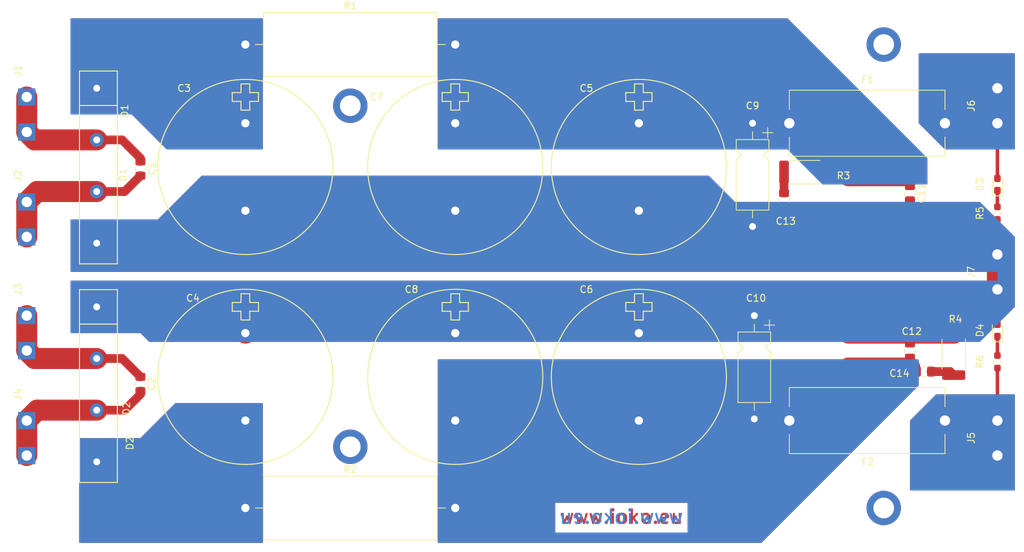
<source format=kicad_pcb>
(kicad_pcb (version 20171130) (host pcbnew 5.1.7-a382d34a8~88~ubuntu18.04.1)

  (general
    (thickness 1.6)
    (drawings 6)
    (tracks 70)
    (zones 0)
    (modules 33)
    (nets 16)
  )

  (page A4)
  (layers
    (0 F.Cu signal)
    (31 B.Cu signal)
    (32 B.Adhes user)
    (33 F.Adhes user)
    (34 B.Paste user hide)
    (35 F.Paste user hide)
    (36 B.SilkS user)
    (37 F.SilkS user)
    (38 B.Mask user)
    (39 F.Mask user)
    (40 Dwgs.User user)
    (41 Cmts.User user)
    (42 Eco1.User user)
    (43 Eco2.User user)
    (44 Edge.Cuts user hide)
    (45 Margin user)
    (46 B.CrtYd user hide)
    (47 F.CrtYd user hide)
    (48 B.Fab user hide)
    (49 F.Fab user hide)
  )

  (setup
    (last_trace_width 3.048)
    (user_trace_width 0.508)
    (user_trace_width 1.27)
    (user_trace_width 3.048)
    (trace_clearance 0.2)
    (zone_clearance 0.508)
    (zone_45_only no)
    (trace_min 0.2)
    (via_size 0.8)
    (via_drill 0.4)
    (via_min_size 0.4)
    (via_min_drill 0.3)
    (uvia_size 0.3)
    (uvia_drill 0.1)
    (uvias_allowed no)
    (uvia_min_size 0.2)
    (uvia_min_drill 0.1)
    (edge_width 0.05)
    (segment_width 0.2)
    (pcb_text_width 0.3)
    (pcb_text_size 1.5 1.5)
    (mod_edge_width 0.12)
    (mod_text_size 1 1)
    (mod_text_width 0.15)
    (pad_size 1.524 1.524)
    (pad_drill 0.762)
    (pad_to_mask_clearance 0)
    (aux_axis_origin 0 0)
    (visible_elements FFFFFF7F)
    (pcbplotparams
      (layerselection 0x010fc_ffffffff)
      (usegerberextensions false)
      (usegerberattributes true)
      (usegerberadvancedattributes true)
      (creategerberjobfile true)
      (excludeedgelayer true)
      (linewidth 0.100000)
      (plotframeref false)
      (viasonmask false)
      (mode 1)
      (useauxorigin false)
      (hpglpennumber 1)
      (hpglpenspeed 20)
      (hpglpendiameter 15.000000)
      (psnegative false)
      (psa4output false)
      (plotreference true)
      (plotvalue true)
      (plotinvisibletext false)
      (padsonsilk false)
      (subtractmaskfromsilk false)
      (outputformat 1)
      (mirror false)
      (drillshape 1)
      (scaleselection 1)
      (outputdirectory ""))
  )

  (net 0 "")
  (net 1 "Net-(C1-Pad1)")
  (net 2 "Net-(C1-Pad2)")
  (net 3 "Net-(C2-Pad2)")
  (net 4 "Net-(C2-Pad1)")
  (net 5 "Net-(C10-Pad1)")
  (net 6 "Net-(C3-Pad1)")
  (net 7 "Net-(C4-Pad2)")
  (net 8 "Net-(C11-Pad1)")
  (net 9 "Net-(C10-Pad2)")
  (net 10 "Net-(C13-Pad1)")
  (net 11 "Net-(C14-Pad1)")
  (net 12 "Net-(D3-Pad2)")
  (net 13 "Net-(D3-Pad1)")
  (net 14 "Net-(D4-Pad1)")
  (net 15 "Net-(F2-Pad1)")

  (net_class Default "This is the default net class."
    (clearance 0.2)
    (trace_width 0.25)
    (via_dia 0.8)
    (via_drill 0.4)
    (uvia_dia 0.3)
    (uvia_drill 0.1)
    (add_net "Net-(C1-Pad1)")
    (add_net "Net-(C1-Pad2)")
    (add_net "Net-(C10-Pad1)")
    (add_net "Net-(C10-Pad2)")
    (add_net "Net-(C11-Pad1)")
    (add_net "Net-(C13-Pad1)")
    (add_net "Net-(C14-Pad1)")
    (add_net "Net-(C2-Pad1)")
    (add_net "Net-(C2-Pad2)")
    (add_net "Net-(C3-Pad1)")
    (add_net "Net-(C4-Pad2)")
    (add_net "Net-(D3-Pad1)")
    (add_net "Net-(D3-Pad2)")
    (add_net "Net-(D4-Pad1)")
    (add_net "Net-(F2-Pad1)")
  )

  (module Capacitor_SMD:C_0805_2012Metric_Pad1.18x1.45mm_HandSolder (layer F.Cu) (tedit 5F68FEEF) (tstamp 60B5E649)
    (at 82.55 75.1625 270)
    (descr "Capacitor SMD 0805 (2012 Metric), square (rectangular) end terminal, IPC_7351 nominal with elongated pad for handsoldering. (Body size source: IPC-SM-782 page 76, https://www.pcb-3d.com/wordpress/wp-content/uploads/ipc-sm-782a_amendment_1_and_2.pdf, https://docs.google.com/spreadsheets/d/1BsfQQcO9C6DZCsRaXUlFlo91Tg2WpOkGARC1WS5S8t0/edit?usp=sharing), generated with kicad-footprint-generator")
    (tags "capacitor handsolder")
    (path /60C1D453)
    (attr smd)
    (fp_text reference C1 (at 0 -1.68 90) (layer F.SilkS)
      (effects (font (size 1 1) (thickness 0.15)))
    )
    (fp_text value 0.1 (at 0 1.68 90) (layer F.Fab)
      (effects (font (size 1 1) (thickness 0.15)))
    )
    (fp_line (start -1 0.625) (end -1 -0.625) (layer F.Fab) (width 0.1))
    (fp_line (start -1 -0.625) (end 1 -0.625) (layer F.Fab) (width 0.1))
    (fp_line (start 1 -0.625) (end 1 0.625) (layer F.Fab) (width 0.1))
    (fp_line (start 1 0.625) (end -1 0.625) (layer F.Fab) (width 0.1))
    (fp_line (start -0.261252 -0.735) (end 0.261252 -0.735) (layer F.SilkS) (width 0.12))
    (fp_line (start -0.261252 0.735) (end 0.261252 0.735) (layer F.SilkS) (width 0.12))
    (fp_line (start -1.88 0.98) (end -1.88 -0.98) (layer F.CrtYd) (width 0.05))
    (fp_line (start -1.88 -0.98) (end 1.88 -0.98) (layer F.CrtYd) (width 0.05))
    (fp_line (start 1.88 -0.98) (end 1.88 0.98) (layer F.CrtYd) (width 0.05))
    (fp_line (start 1.88 0.98) (end -1.88 0.98) (layer F.CrtYd) (width 0.05))
    (fp_text user %R (at 0 0 90) (layer F.Fab)
      (effects (font (size 0.5 0.5) (thickness 0.08)))
    )
    (pad 1 smd roundrect (at -1.0375 0 270) (size 1.175 1.45) (layers F.Cu F.Paste F.Mask) (roundrect_rratio 0.212766)
      (net 1 "Net-(C1-Pad1)"))
    (pad 2 smd roundrect (at 1.0375 0 270) (size 1.175 1.45) (layers F.Cu F.Paste F.Mask) (roundrect_rratio 0.212766)
      (net 2 "Net-(C1-Pad2)"))
    (model ${KISYS3DMOD}/Capacitor_SMD.3dshapes/C_0805_2012Metric.wrl
      (at (xyz 0 0 0))
      (scale (xyz 1 1 1))
      (rotate (xyz 0 0 0))
    )
  )

  (module Capacitor_SMD:C_0805_2012Metric_Pad1.18x1.45mm_HandSolder (layer F.Cu) (tedit 5F68FEEF) (tstamp 60B5EAAA)
    (at 82.55 106.4475 270)
    (descr "Capacitor SMD 0805 (2012 Metric), square (rectangular) end terminal, IPC_7351 nominal with elongated pad for handsoldering. (Body size source: IPC-SM-782 page 76, https://www.pcb-3d.com/wordpress/wp-content/uploads/ipc-sm-782a_amendment_1_and_2.pdf, https://docs.google.com/spreadsheets/d/1BsfQQcO9C6DZCsRaXUlFlo91Tg2WpOkGARC1WS5S8t0/edit?usp=sharing), generated with kicad-footprint-generator")
    (tags "capacitor handsolder")
    (path /60C45105)
    (attr smd)
    (fp_text reference C2 (at 0 -1.68 90) (layer F.SilkS)
      (effects (font (size 1 1) (thickness 0.15)))
    )
    (fp_text value 0.1 (at 0 1.68 90) (layer F.Fab)
      (effects (font (size 1 1) (thickness 0.15)))
    )
    (fp_line (start 1.88 0.98) (end -1.88 0.98) (layer F.CrtYd) (width 0.05))
    (fp_line (start 1.88 -0.98) (end 1.88 0.98) (layer F.CrtYd) (width 0.05))
    (fp_line (start -1.88 -0.98) (end 1.88 -0.98) (layer F.CrtYd) (width 0.05))
    (fp_line (start -1.88 0.98) (end -1.88 -0.98) (layer F.CrtYd) (width 0.05))
    (fp_line (start -0.261252 0.735) (end 0.261252 0.735) (layer F.SilkS) (width 0.12))
    (fp_line (start -0.261252 -0.735) (end 0.261252 -0.735) (layer F.SilkS) (width 0.12))
    (fp_line (start 1 0.625) (end -1 0.625) (layer F.Fab) (width 0.1))
    (fp_line (start 1 -0.625) (end 1 0.625) (layer F.Fab) (width 0.1))
    (fp_line (start -1 -0.625) (end 1 -0.625) (layer F.Fab) (width 0.1))
    (fp_line (start -1 0.625) (end -1 -0.625) (layer F.Fab) (width 0.1))
    (fp_text user %R (at 0 0 90) (layer F.Fab)
      (effects (font (size 0.5 0.5) (thickness 0.08)))
    )
    (pad 2 smd roundrect (at 1.0375 0 270) (size 1.175 1.45) (layers F.Cu F.Paste F.Mask) (roundrect_rratio 0.212766)
      (net 3 "Net-(C2-Pad2)"))
    (pad 1 smd roundrect (at -1.0375 0 270) (size 1.175 1.45) (layers F.Cu F.Paste F.Mask) (roundrect_rratio 0.212766)
      (net 4 "Net-(C2-Pad1)"))
    (model ${KISYS3DMOD}/Capacitor_SMD.3dshapes/C_0805_2012Metric.wrl
      (at (xyz 0 0 0))
      (scale (xyz 1 1 1))
      (rotate (xyz 0 0 0))
    )
  )

  (module Capacitor_SMD:C_0805_2012Metric_Pad1.18x1.45mm_HandSolder (layer F.Cu) (tedit 5F68FEEF) (tstamp 60B5EC4B)
    (at 194.31 78.74 270)
    (descr "Capacitor SMD 0805 (2012 Metric), square (rectangular) end terminal, IPC_7351 nominal with elongated pad for handsoldering. (Body size source: IPC-SM-782 page 76, https://www.pcb-3d.com/wordpress/wp-content/uploads/ipc-sm-782a_amendment_1_and_2.pdf, https://docs.google.com/spreadsheets/d/1BsfQQcO9C6DZCsRaXUlFlo91Tg2WpOkGARC1WS5S8t0/edit?usp=sharing), generated with kicad-footprint-generator")
    (tags "capacitor handsolder")
    (path /60C21AF4)
    (attr smd)
    (fp_text reference C11 (at 0 -1.68 90) (layer F.SilkS)
      (effects (font (size 1 1) (thickness 0.15)))
    )
    (fp_text value 0.1 (at 0 1.68 90) (layer F.Fab)
      (effects (font (size 1 1) (thickness 0.15)))
    )
    (fp_line (start -1 0.625) (end -1 -0.625) (layer F.Fab) (width 0.1))
    (fp_line (start -1 -0.625) (end 1 -0.625) (layer F.Fab) (width 0.1))
    (fp_line (start 1 -0.625) (end 1 0.625) (layer F.Fab) (width 0.1))
    (fp_line (start 1 0.625) (end -1 0.625) (layer F.Fab) (width 0.1))
    (fp_line (start -0.261252 -0.735) (end 0.261252 -0.735) (layer F.SilkS) (width 0.12))
    (fp_line (start -0.261252 0.735) (end 0.261252 0.735) (layer F.SilkS) (width 0.12))
    (fp_line (start -1.88 0.98) (end -1.88 -0.98) (layer F.CrtYd) (width 0.05))
    (fp_line (start -1.88 -0.98) (end 1.88 -0.98) (layer F.CrtYd) (width 0.05))
    (fp_line (start 1.88 -0.98) (end 1.88 0.98) (layer F.CrtYd) (width 0.05))
    (fp_line (start 1.88 0.98) (end -1.88 0.98) (layer F.CrtYd) (width 0.05))
    (fp_text user %R (at 1.27 -1.27 90) (layer F.Fab)
      (effects (font (size 0.5 0.5) (thickness 0.08)))
    )
    (pad 1 smd roundrect (at -1.0375 0 270) (size 1.175 1.45) (layers F.Cu F.Paste F.Mask) (roundrect_rratio 0.212766)
      (net 8 "Net-(C11-Pad1)"))
    (pad 2 smd roundrect (at 1.0375 0 270) (size 1.175 1.45) (layers F.Cu F.Paste F.Mask) (roundrect_rratio 0.212766)
      (net 5 "Net-(C10-Pad1)"))
    (model ${KISYS3DMOD}/Capacitor_SMD.3dshapes/C_0805_2012Metric.wrl
      (at (xyz 0 0 0))
      (scale (xyz 1 1 1))
      (rotate (xyz 0 0 0))
    )
  )

  (module Capacitor_SMD:C_0805_2012Metric_Pad1.18x1.45mm_HandSolder (layer F.Cu) (tedit 5F68FEEF) (tstamp 60B5795D)
    (at 194.31 101.6 270)
    (descr "Capacitor SMD 0805 (2012 Metric), square (rectangular) end terminal, IPC_7351 nominal with elongated pad for handsoldering. (Body size source: IPC-SM-782 page 76, https://www.pcb-3d.com/wordpress/wp-content/uploads/ipc-sm-782a_amendment_1_and_2.pdf, https://docs.google.com/spreadsheets/d/1BsfQQcO9C6DZCsRaXUlFlo91Tg2WpOkGARC1WS5S8t0/edit?usp=sharing), generated with kicad-footprint-generator")
    (tags "capacitor handsolder")
    (path /60C4512B)
    (attr smd)
    (fp_text reference C12 (at -2.794 -0.254 180) (layer F.SilkS)
      (effects (font (size 1 1) (thickness 0.15)))
    )
    (fp_text value 0.1 (at 0 1.68 90) (layer F.Fab)
      (effects (font (size 1 1) (thickness 0.15)))
    )
    (fp_line (start -1 0.625) (end -1 -0.625) (layer F.Fab) (width 0.1))
    (fp_line (start -1 -0.625) (end 1 -0.625) (layer F.Fab) (width 0.1))
    (fp_line (start 1 -0.625) (end 1 0.625) (layer F.Fab) (width 0.1))
    (fp_line (start 1 0.625) (end -1 0.625) (layer F.Fab) (width 0.1))
    (fp_line (start -0.261252 -0.735) (end 0.261252 -0.735) (layer F.SilkS) (width 0.12))
    (fp_line (start -0.261252 0.735) (end 0.261252 0.735) (layer F.SilkS) (width 0.12))
    (fp_line (start -1.88 0.98) (end -1.88 -0.98) (layer F.CrtYd) (width 0.05))
    (fp_line (start -1.88 -0.98) (end 1.88 -0.98) (layer F.CrtYd) (width 0.05))
    (fp_line (start 1.88 -0.98) (end 1.88 0.98) (layer F.CrtYd) (width 0.05))
    (fp_line (start 1.88 0.98) (end -1.88 0.98) (layer F.CrtYd) (width 0.05))
    (fp_text user %R (at 0 0 90) (layer F.Fab)
      (effects (font (size 0.5 0.5) (thickness 0.08)))
    )
    (pad 1 smd roundrect (at -1.0375 0 270) (size 1.175 1.45) (layers F.Cu F.Paste F.Mask) (roundrect_rratio 0.212766)
      (net 5 "Net-(C10-Pad1)"))
    (pad 2 smd roundrect (at 1.0375 0 270) (size 1.175 1.45) (layers F.Cu F.Paste F.Mask) (roundrect_rratio 0.212766)
      (net 9 "Net-(C10-Pad2)"))
    (model ${KISYS3DMOD}/Capacitor_SMD.3dshapes/C_0805_2012Metric.wrl
      (at (xyz 0 0 0))
      (scale (xyz 1 1 1))
      (rotate (xyz 0 0 0))
    )
  )

  (module Capacitor_SMD:C_0805_2012Metric_Pad1.18x1.45mm_HandSolder (layer F.Cu) (tedit 5F68FEEF) (tstamp 60B5796E)
    (at 176.022 79.756 270)
    (descr "Capacitor SMD 0805 (2012 Metric), square (rectangular) end terminal, IPC_7351 nominal with elongated pad for handsoldering. (Body size source: IPC-SM-782 page 76, https://www.pcb-3d.com/wordpress/wp-content/uploads/ipc-sm-782a_amendment_1_and_2.pdf, https://docs.google.com/spreadsheets/d/1BsfQQcO9C6DZCsRaXUlFlo91Tg2WpOkGARC1WS5S8t0/edit?usp=sharing), generated with kicad-footprint-generator")
    (tags "capacitor handsolder")
    (path /60C97E2F)
    (attr smd)
    (fp_text reference C13 (at 3.048 -0.254) (layer F.SilkS)
      (effects (font (size 1 1) (thickness 0.15)))
    )
    (fp_text value 0.1 (at 0 1.68 90) (layer F.Fab)
      (effects (font (size 1 1) (thickness 0.15)))
    )
    (fp_line (start 1.88 0.98) (end -1.88 0.98) (layer F.CrtYd) (width 0.05))
    (fp_line (start 1.88 -0.98) (end 1.88 0.98) (layer F.CrtYd) (width 0.05))
    (fp_line (start -1.88 -0.98) (end 1.88 -0.98) (layer F.CrtYd) (width 0.05))
    (fp_line (start -1.88 0.98) (end -1.88 -0.98) (layer F.CrtYd) (width 0.05))
    (fp_line (start -0.261252 0.735) (end 0.261252 0.735) (layer F.SilkS) (width 0.12))
    (fp_line (start -0.261252 -0.735) (end 0.261252 -0.735) (layer F.SilkS) (width 0.12))
    (fp_line (start 1 0.625) (end -1 0.625) (layer F.Fab) (width 0.1))
    (fp_line (start 1 -0.625) (end 1 0.625) (layer F.Fab) (width 0.1))
    (fp_line (start -1 -0.625) (end 1 -0.625) (layer F.Fab) (width 0.1))
    (fp_line (start -1 0.625) (end -1 -0.625) (layer F.Fab) (width 0.1))
    (fp_text user %R (at 0 0 90) (layer F.Fab)
      (effects (font (size 0.5 0.5) (thickness 0.08)))
    )
    (pad 2 smd roundrect (at 1.0375 0 270) (size 1.175 1.45) (layers F.Cu F.Paste F.Mask) (roundrect_rratio 0.212766)
      (net 5 "Net-(C10-Pad1)"))
    (pad 1 smd roundrect (at -1.0375 0 270) (size 1.175 1.45) (layers F.Cu F.Paste F.Mask) (roundrect_rratio 0.212766)
      (net 10 "Net-(C13-Pad1)"))
    (model ${KISYS3DMOD}/Capacitor_SMD.3dshapes/C_0805_2012Metric.wrl
      (at (xyz 0 0 0))
      (scale (xyz 1 1 1))
      (rotate (xyz 0 0 0))
    )
  )

  (module Capacitor_SMD:C_0805_2012Metric_Pad1.18x1.45mm_HandSolder (layer F.Cu) (tedit 5F68FEEF) (tstamp 60B5F2A0)
    (at 196.342 104.648 180)
    (descr "Capacitor SMD 0805 (2012 Metric), square (rectangular) end terminal, IPC_7351 nominal with elongated pad for handsoldering. (Body size source: IPC-SM-782 page 76, https://www.pcb-3d.com/wordpress/wp-content/uploads/ipc-sm-782a_amendment_1_and_2.pdf, https://docs.google.com/spreadsheets/d/1BsfQQcO9C6DZCsRaXUlFlo91Tg2WpOkGARC1WS5S8t0/edit?usp=sharing), generated with kicad-footprint-generator")
    (tags "capacitor handsolder")
    (path /60C9DBCD)
    (attr smd)
    (fp_text reference C14 (at 3.556 -0.254) (layer F.SilkS)
      (effects (font (size 1 1) (thickness 0.15)))
    )
    (fp_text value 0.1 (at 0 1.68) (layer F.Fab)
      (effects (font (size 1 1) (thickness 0.15)))
    )
    (fp_line (start 1.88 0.98) (end -1.88 0.98) (layer F.CrtYd) (width 0.05))
    (fp_line (start 1.88 -0.98) (end 1.88 0.98) (layer F.CrtYd) (width 0.05))
    (fp_line (start -1.88 -0.98) (end 1.88 -0.98) (layer F.CrtYd) (width 0.05))
    (fp_line (start -1.88 0.98) (end -1.88 -0.98) (layer F.CrtYd) (width 0.05))
    (fp_line (start -0.261252 0.735) (end 0.261252 0.735) (layer F.SilkS) (width 0.12))
    (fp_line (start -0.261252 -0.735) (end 0.261252 -0.735) (layer F.SilkS) (width 0.12))
    (fp_line (start 1 0.625) (end -1 0.625) (layer F.Fab) (width 0.1))
    (fp_line (start 1 -0.625) (end 1 0.625) (layer F.Fab) (width 0.1))
    (fp_line (start -1 -0.625) (end 1 -0.625) (layer F.Fab) (width 0.1))
    (fp_line (start -1 0.625) (end -1 -0.625) (layer F.Fab) (width 0.1))
    (fp_text user %R (at 0 0) (layer F.Fab)
      (effects (font (size 0.5 0.5) (thickness 0.08)))
    )
    (pad 2 smd roundrect (at 1.0375 0 180) (size 1.175 1.45) (layers F.Cu F.Paste F.Mask) (roundrect_rratio 0.212766)
      (net 9 "Net-(C10-Pad2)"))
    (pad 1 smd roundrect (at -1.0375 0 180) (size 1.175 1.45) (layers F.Cu F.Paste F.Mask) (roundrect_rratio 0.212766)
      (net 11 "Net-(C14-Pad1)"))
    (model ${KISYS3DMOD}/Capacitor_SMD.3dshapes/C_0805_2012Metric.wrl
      (at (xyz 0 0 0))
      (scale (xyz 1 1 1))
      (rotate (xyz 0 0 0))
    )
  )

  (module LED_SMD:LED_0603_1608Metric_Pad1.05x0.95mm_HandSolder (layer F.Cu) (tedit 5F68FEF1) (tstamp 60B609C7)
    (at 207.01 77.47 90)
    (descr "LED SMD 0603 (1608 Metric), square (rectangular) end terminal, IPC_7351 nominal, (Body size source: http://www.tortai-tech.com/upload/download/2011102023233369053.pdf), generated with kicad-footprint-generator")
    (tags "LED handsolder")
    (path /60C326D0)
    (attr smd)
    (fp_text reference D3 (at 0 -2.54 90) (layer F.SilkS)
      (effects (font (size 1 1) (thickness 0.15)))
    )
    (fp_text value LED (at 0 1.43 90) (layer F.Fab)
      (effects (font (size 1 1) (thickness 0.15)))
    )
    (fp_line (start 1.65 0.73) (end -1.65 0.73) (layer F.CrtYd) (width 0.05))
    (fp_line (start 1.65 -0.73) (end 1.65 0.73) (layer F.CrtYd) (width 0.05))
    (fp_line (start -1.65 -0.73) (end 1.65 -0.73) (layer F.CrtYd) (width 0.05))
    (fp_line (start -1.65 0.73) (end -1.65 -0.73) (layer F.CrtYd) (width 0.05))
    (fp_line (start -1.66 0.735) (end 0.8 0.735) (layer F.SilkS) (width 0.12))
    (fp_line (start -1.66 -0.735) (end -1.66 0.735) (layer F.SilkS) (width 0.12))
    (fp_line (start 0.8 -0.735) (end -1.66 -0.735) (layer F.SilkS) (width 0.12))
    (fp_line (start 0.8 0.4) (end 0.8 -0.4) (layer F.Fab) (width 0.1))
    (fp_line (start -0.8 0.4) (end 0.8 0.4) (layer F.Fab) (width 0.1))
    (fp_line (start -0.8 -0.1) (end -0.8 0.4) (layer F.Fab) (width 0.1))
    (fp_line (start -0.5 -0.4) (end -0.8 -0.1) (layer F.Fab) (width 0.1))
    (fp_line (start 0.8 -0.4) (end -0.5 -0.4) (layer F.Fab) (width 0.1))
    (fp_text user %R (at 0 0 90) (layer F.Fab)
      (effects (font (size 0.4 0.4) (thickness 0.06)))
    )
    (pad 2 smd roundrect (at 0.875 0 90) (size 1.05 0.95) (layers F.Cu F.Paste F.Mask) (roundrect_rratio 0.25)
      (net 12 "Net-(D3-Pad2)"))
    (pad 1 smd roundrect (at -0.875 0 90) (size 1.05 0.95) (layers F.Cu F.Paste F.Mask) (roundrect_rratio 0.25)
      (net 13 "Net-(D3-Pad1)"))
    (model ${KISYS3DMOD}/LED_SMD.3dshapes/LED_0603_1608Metric.wrl
      (at (xyz 0 0 0))
      (scale (xyz 1 1 1))
      (rotate (xyz 0 0 0))
    )
  )

  (module LED_SMD:LED_0603_1608Metric_Pad1.05x0.95mm_HandSolder (layer F.Cu) (tedit 5F68FEF1) (tstamp 60B6091C)
    (at 207.01 98.665 90)
    (descr "LED SMD 0603 (1608 Metric), square (rectangular) end terminal, IPC_7351 nominal, (Body size source: http://www.tortai-tech.com/upload/download/2011102023233369053.pdf), generated with kicad-footprint-generator")
    (tags "LED handsolder")
    (path /60C45164)
    (attr smd)
    (fp_text reference D4 (at 0 -2.54 90) (layer F.SilkS)
      (effects (font (size 1 1) (thickness 0.15)))
    )
    (fp_text value LED (at 0 1.43 90) (layer F.Fab)
      (effects (font (size 1 1) (thickness 0.15)))
    )
    (fp_line (start 0.8 -0.4) (end -0.5 -0.4) (layer F.Fab) (width 0.1))
    (fp_line (start -0.5 -0.4) (end -0.8 -0.1) (layer F.Fab) (width 0.1))
    (fp_line (start -0.8 -0.1) (end -0.8 0.4) (layer F.Fab) (width 0.1))
    (fp_line (start -0.8 0.4) (end 0.8 0.4) (layer F.Fab) (width 0.1))
    (fp_line (start 0.8 0.4) (end 0.8 -0.4) (layer F.Fab) (width 0.1))
    (fp_line (start 0.8 -0.735) (end -1.66 -0.735) (layer F.SilkS) (width 0.12))
    (fp_line (start -1.66 -0.735) (end -1.66 0.735) (layer F.SilkS) (width 0.12))
    (fp_line (start -1.66 0.735) (end 0.8 0.735) (layer F.SilkS) (width 0.12))
    (fp_line (start -1.65 0.73) (end -1.65 -0.73) (layer F.CrtYd) (width 0.05))
    (fp_line (start -1.65 -0.73) (end 1.65 -0.73) (layer F.CrtYd) (width 0.05))
    (fp_line (start 1.65 -0.73) (end 1.65 0.73) (layer F.CrtYd) (width 0.05))
    (fp_line (start 1.65 0.73) (end -1.65 0.73) (layer F.CrtYd) (width 0.05))
    (fp_text user %R (at 0 0 90) (layer F.Fab)
      (effects (font (size 0.4 0.4) (thickness 0.06)))
    )
    (pad 1 smd roundrect (at -0.875 0 90) (size 1.05 0.95) (layers F.Cu F.Paste F.Mask) (roundrect_rratio 0.25)
      (net 14 "Net-(D4-Pad1)"))
    (pad 2 smd roundrect (at 0.875 0 90) (size 1.05 0.95) (layers F.Cu F.Paste F.Mask) (roundrect_rratio 0.25)
      (net 5 "Net-(C10-Pad1)"))
    (model ${KISYS3DMOD}/LED_SMD.3dshapes/LED_0603_1608Metric.wrl
      (at (xyz 0 0 0))
      (scale (xyz 1 1 1))
      (rotate (xyz 0 0 0))
    )
  )

  (module Fuse:Fuseholder_Cylinder-5x20mm_Stelvio-Kontek_PTF78_Horizontal_Open (layer F.Cu) (tedit 5B7EAE13) (tstamp 60B579CE)
    (at 199.39 68.58 180)
    (descr https://www.tme.eu/en/Document/3b48dbe2b9714a62652c97b08fcd464b/PTF78.pdf)
    (tags "Fuseholder horizontal open 5x20 Stelvio-Kontek PTF/78")
    (path /60C2FC93)
    (fp_text reference F1 (at 11.25 6.35) (layer F.SilkS)
      (effects (font (size 1 1) (thickness 0.15)))
    )
    (fp_text value 10A (at 5.08 6.35) (layer F.Fab)
      (effects (font (size 1 1) (thickness 0.15)))
    )
    (fp_line (start -1.85 -0.45) (end -1.45 -1.25) (layer F.CrtYd) (width 0.05))
    (fp_line (start -1.45 1.25) (end -1.85 0.45) (layer F.CrtYd) (width 0.05))
    (fp_line (start -0.4 1.85) (end -0.15 1.85) (layer F.CrtYd) (width 0.05))
    (fp_line (start -0.75 1.75) (end -0.4 1.85) (layer F.CrtYd) (width 0.05))
    (fp_line (start -1.45 1.25) (end -0.75 1.75) (layer F.CrtYd) (width 0.05))
    (fp_line (start -1.85 -0.45) (end -1.85 0.45) (layer F.CrtYd) (width 0.05))
    (fp_line (start -0.75 -1.75) (end -1.45 -1.25) (layer F.CrtYd) (width 0.05))
    (fp_line (start -0.4 -1.85) (end -0.75 -1.75) (layer F.CrtYd) (width 0.05))
    (fp_line (start -0.15 -1.85) (end -0.4 -1.85) (layer F.CrtYd) (width 0.05))
    (fp_line (start 24.05 1.25) (end 24.45 0.45) (layer F.CrtYd) (width 0.05))
    (fp_line (start 23.35 1.75) (end 24.05 1.25) (layer F.CrtYd) (width 0.05))
    (fp_line (start 23 1.85) (end 23.35 1.75) (layer F.CrtYd) (width 0.05))
    (fp_line (start 22.75 1.85) (end 23 1.85) (layer F.CrtYd) (width 0.05))
    (fp_line (start 23.35 -1.75) (end 23 -1.85) (layer F.CrtYd) (width 0.05))
    (fp_line (start 24.05 -1.25) (end 23.35 -1.75) (layer F.CrtYd) (width 0.05))
    (fp_line (start 24.45 -0.45) (end 24.05 -1.25) (layer F.CrtYd) (width 0.05))
    (fp_line (start 24.45 0.45) (end 24.45 -0.45) (layer F.CrtYd) (width 0.05))
    (fp_line (start 22.75 -1.85) (end 23 -1.85) (layer F.CrtYd) (width 0.05))
    (fp_line (start 0 4.8) (end 0 2) (layer F.SilkS) (width 0.12))
    (fp_line (start 22.75 1.85) (end 22.75 4.95) (layer F.CrtYd) (width 0.05))
    (fp_line (start 22.75 -1.85) (end 22.75 -4.95) (layer F.CrtYd) (width 0.05))
    (fp_line (start -0.15 -1.85) (end -0.15 -4.95) (layer F.CrtYd) (width 0.05))
    (fp_line (start 0 4.8) (end 22.6 4.8) (layer F.SilkS) (width 0.12))
    (fp_line (start -0.15 -4.95) (end 22.75 -4.95) (layer F.CrtYd) (width 0.05))
    (fp_line (start 22.75 4.95) (end -0.15 4.95) (layer F.CrtYd) (width 0.05))
    (fp_line (start 0 -4.8) (end 22.6 -4.8) (layer F.SilkS) (width 0.12))
    (fp_line (start 0 -2) (end 0 -4.8) (layer F.SilkS) (width 0.12))
    (fp_line (start 22.6 -2) (end 22.6 -4.8) (layer F.SilkS) (width 0.12))
    (fp_line (start 22.6 4.8) (end 22.6 2) (layer F.SilkS) (width 0.12))
    (fp_line (start -0.15 4.95) (end -0.15 1.85) (layer F.CrtYd) (width 0.05))
    (fp_line (start 22.5 -4.7) (end 0.1 -4.7) (layer F.Fab) (width 0.1))
    (fp_line (start 22.5 4.7) (end 22.5 -4.7) (layer F.Fab) (width 0.1))
    (fp_line (start 0.1 4.7) (end 22.5 4.7) (layer F.Fab) (width 0.1))
    (fp_line (start 0.1 -4.7) (end 0.1 4.7) (layer F.Fab) (width 0.1))
    (fp_text user %R (at 21.59 6.35) (layer F.Fab)
      (effects (font (size 1 1) (thickness 0.15)))
    )
    (pad 2 thru_hole circle (at 22.6 0 180) (size 3 3) (drill 1.5) (layers *.Cu *.Mask)
      (net 8 "Net-(C11-Pad1)"))
    (pad 1 thru_hole circle (at 0 0 180) (size 3 3) (drill 1.5) (layers *.Cu *.Mask)
      (net 12 "Net-(D3-Pad2)"))
    (model ${KISYS3DMOD}/Fuse.3dshapes/Fuseholder_Cylinder-5x20mm_Stelvio-Kontek_PTF78_Horizontal_Open.wrl
      (at (xyz 0 0 0))
      (scale (xyz 1 1 1))
      (rotate (xyz 0 0 0))
    )
  )

  (module Fuse:Fuseholder_Cylinder-5x20mm_Stelvio-Kontek_PTF78_Horizontal_Open (layer F.Cu) (tedit 5B7EAE13) (tstamp 60B579F7)
    (at 199.39 111.76 180)
    (descr https://www.tme.eu/en/Document/3b48dbe2b9714a62652c97b08fcd464b/PTF78.pdf)
    (tags "Fuseholder horizontal open 5x20 Stelvio-Kontek PTF/78")
    (path /60C45156)
    (fp_text reference F2 (at 11.25 -6) (layer F.SilkS)
      (effects (font (size 1 1) (thickness 0.15)))
    )
    (fp_text value 10A (at 19.05 -6.35) (layer F.Fab)
      (effects (font (size 1 1) (thickness 0.15)))
    )
    (fp_line (start 0.1 -4.7) (end 0.1 4.7) (layer F.Fab) (width 0.1))
    (fp_line (start 0.1 4.7) (end 22.5 4.7) (layer F.Fab) (width 0.1))
    (fp_line (start 22.5 4.7) (end 22.5 -4.7) (layer F.Fab) (width 0.1))
    (fp_line (start 22.5 -4.7) (end 0.1 -4.7) (layer F.Fab) (width 0.1))
    (fp_line (start -0.15 4.95) (end -0.15 1.85) (layer F.CrtYd) (width 0.05))
    (fp_line (start 22.6 4.8) (end 22.6 2) (layer F.SilkS) (width 0.12))
    (fp_line (start 22.6 -2) (end 22.6 -4.8) (layer F.SilkS) (width 0.12))
    (fp_line (start 0 -2) (end 0 -4.8) (layer F.SilkS) (width 0.12))
    (fp_line (start 0 -4.8) (end 22.6 -4.8) (layer F.SilkS) (width 0.12))
    (fp_line (start 22.75 4.95) (end -0.15 4.95) (layer F.CrtYd) (width 0.05))
    (fp_line (start -0.15 -4.95) (end 22.75 -4.95) (layer F.CrtYd) (width 0.05))
    (fp_line (start 0 4.8) (end 22.6 4.8) (layer F.SilkS) (width 0.12))
    (fp_line (start -0.15 -1.85) (end -0.15 -4.95) (layer F.CrtYd) (width 0.05))
    (fp_line (start 22.75 -1.85) (end 22.75 -4.95) (layer F.CrtYd) (width 0.05))
    (fp_line (start 22.75 1.85) (end 22.75 4.95) (layer F.CrtYd) (width 0.05))
    (fp_line (start 0 4.8) (end 0 2) (layer F.SilkS) (width 0.12))
    (fp_line (start 22.75 -1.85) (end 23 -1.85) (layer F.CrtYd) (width 0.05))
    (fp_line (start 24.45 0.45) (end 24.45 -0.45) (layer F.CrtYd) (width 0.05))
    (fp_line (start 24.45 -0.45) (end 24.05 -1.25) (layer F.CrtYd) (width 0.05))
    (fp_line (start 24.05 -1.25) (end 23.35 -1.75) (layer F.CrtYd) (width 0.05))
    (fp_line (start 23.35 -1.75) (end 23 -1.85) (layer F.CrtYd) (width 0.05))
    (fp_line (start 22.75 1.85) (end 23 1.85) (layer F.CrtYd) (width 0.05))
    (fp_line (start 23 1.85) (end 23.35 1.75) (layer F.CrtYd) (width 0.05))
    (fp_line (start 23.35 1.75) (end 24.05 1.25) (layer F.CrtYd) (width 0.05))
    (fp_line (start 24.05 1.25) (end 24.45 0.45) (layer F.CrtYd) (width 0.05))
    (fp_line (start -0.15 -1.85) (end -0.4 -1.85) (layer F.CrtYd) (width 0.05))
    (fp_line (start -0.4 -1.85) (end -0.75 -1.75) (layer F.CrtYd) (width 0.05))
    (fp_line (start -0.75 -1.75) (end -1.45 -1.25) (layer F.CrtYd) (width 0.05))
    (fp_line (start -1.85 -0.45) (end -1.85 0.45) (layer F.CrtYd) (width 0.05))
    (fp_line (start -1.45 1.25) (end -0.75 1.75) (layer F.CrtYd) (width 0.05))
    (fp_line (start -0.75 1.75) (end -0.4 1.85) (layer F.CrtYd) (width 0.05))
    (fp_line (start -0.4 1.85) (end -0.15 1.85) (layer F.CrtYd) (width 0.05))
    (fp_line (start -1.45 1.25) (end -1.85 0.45) (layer F.CrtYd) (width 0.05))
    (fp_line (start -1.85 -0.45) (end -1.45 -1.25) (layer F.CrtYd) (width 0.05))
    (fp_text user %R (at 1.27 -6.35) (layer F.Fab)
      (effects (font (size 1 1) (thickness 0.15)))
    )
    (pad 1 thru_hole circle (at 0 0 180) (size 3 3) (drill 1.5) (layers *.Cu *.Mask)
      (net 15 "Net-(F2-Pad1)"))
    (pad 2 thru_hole circle (at 22.6 0 180) (size 3 3) (drill 1.5) (layers *.Cu *.Mask)
      (net 9 "Net-(C10-Pad2)"))
    (model ${KISYS3DMOD}/Fuse.3dshapes/Fuseholder_Cylinder-5x20mm_Stelvio-Kontek_PTF78_Horizontal_Open.wrl
      (at (xyz 0 0 0))
      (scale (xyz 1 1 1))
      (rotate (xyz 0 0 0))
    )
  )

  (module ADCH-80A+:TERMINAL_250 (layer F.Cu) (tedit 60B3D0AE) (tstamp 60B5E5E3)
    (at 66.04 64.77 270)
    (path /60C1B09A)
    (fp_text reference J1 (at -3.81 1.27 90) (layer F.SilkS)
      (effects (font (size 1 1) (thickness 0.15)))
    )
    (fp_text value 44V_AA (at 2.6924 3.556 90) (layer F.Fab)
      (effects (font (size 1 1) (thickness 0.15)))
    )
    (fp_line (start 0 -2.54) (end 7.62 -2.54) (layer Dwgs.User) (width 0.12))
    (fp_line (start 7.62 -2.54) (end 7.62 2.54) (layer Dwgs.User) (width 0.12))
    (fp_line (start 7.62 2.54) (end -2.54 2.54) (layer Dwgs.User) (width 0.12))
    (fp_line (start -2.54 2.54) (end -2.54 -2.54) (layer Dwgs.User) (width 0.12))
    (fp_line (start -2.54 -2.54) (end 0 -2.54) (layer Dwgs.User) (width 0.12))
    (pad 1 thru_hole rect (at 0 0 270) (size 2.5 2.5) (drill 1.5) (layers *.Cu *.Mask)
      (net 1 "Net-(C1-Pad1)"))
    (pad 1 thru_hole rect (at 5.08 0 270) (size 2.5 2.5) (drill 1.5) (layers *.Cu *.Mask)
      (net 1 "Net-(C1-Pad1)"))
  )

  (module ADCH-80A+:TERMINAL_250 (layer F.Cu) (tedit 60B3D0AE) (tstamp 60B5E58C)
    (at 66.04 85.09 90)
    (path /60C1BD3A)
    (fp_text reference J2 (at 8.89 -1.27 90) (layer F.SilkS)
      (effects (font (size 1 1) (thickness 0.15)))
    )
    (fp_text value 44V_AB (at 2.54 3.81 90) (layer F.Fab)
      (effects (font (size 1 1) (thickness 0.15)))
    )
    (fp_line (start -2.54 -2.54) (end 0 -2.54) (layer Dwgs.User) (width 0.12))
    (fp_line (start -2.54 2.54) (end -2.54 -2.54) (layer Dwgs.User) (width 0.12))
    (fp_line (start 7.62 2.54) (end -2.54 2.54) (layer Dwgs.User) (width 0.12))
    (fp_line (start 7.62 -2.54) (end 7.62 2.54) (layer Dwgs.User) (width 0.12))
    (fp_line (start 0 -2.54) (end 7.62 -2.54) (layer Dwgs.User) (width 0.12))
    (pad 1 thru_hole rect (at 5.08 0 90) (size 2.5 2.5) (drill 1.5) (layers *.Cu *.Mask)
      (net 2 "Net-(C1-Pad2)"))
    (pad 1 thru_hole rect (at 0 0 90) (size 2.5 2.5) (drill 1.5) (layers *.Cu *.Mask)
      (net 2 "Net-(C1-Pad2)"))
  )

  (module ADCH-80A+:TERMINAL_250 (layer F.Cu) (tedit 60B3D0AE) (tstamp 60B5EA02)
    (at 66.04 101.6 90)
    (path /60C450F7)
    (fp_text reference J3 (at 8.89 -1.27 90) (layer F.SilkS)
      (effects (font (size 1 1) (thickness 0.15)))
    )
    (fp_text value 44V_BA (at 2.54 3.81 90) (layer F.Fab)
      (effects (font (size 1 1) (thickness 0.15)))
    )
    (fp_line (start -2.54 -2.54) (end 0 -2.54) (layer Dwgs.User) (width 0.12))
    (fp_line (start -2.54 2.54) (end -2.54 -2.54) (layer Dwgs.User) (width 0.12))
    (fp_line (start 7.62 2.54) (end -2.54 2.54) (layer Dwgs.User) (width 0.12))
    (fp_line (start 7.62 -2.54) (end 7.62 2.54) (layer Dwgs.User) (width 0.12))
    (fp_line (start 0 -2.54) (end 7.62 -2.54) (layer Dwgs.User) (width 0.12))
    (pad 1 thru_hole rect (at 5.08 0 90) (size 2.5 2.5) (drill 1.5) (layers *.Cu *.Mask)
      (net 4 "Net-(C2-Pad1)"))
    (pad 1 thru_hole rect (at 0 0 90) (size 2.5 2.5) (drill 1.5) (layers *.Cu *.Mask)
      (net 4 "Net-(C2-Pad1)"))
  )

  (module ADCH-80A+:TERMINAL_250 (layer F.Cu) (tedit 60B3D0AE) (tstamp 60B5EA86)
    (at 66.04 116.84 90)
    (path /60C450FD)
    (fp_text reference J4 (at 8.89 -1.27 90) (layer F.SilkS)
      (effects (font (size 1 1) (thickness 0.15)))
    )
    (fp_text value 44V_BB (at 3.0734 3.81 90) (layer F.Fab)
      (effects (font (size 1 1) (thickness 0.15)))
    )
    (fp_line (start 0 -2.54) (end 7.62 -2.54) (layer Dwgs.User) (width 0.12))
    (fp_line (start 7.62 -2.54) (end 7.62 2.54) (layer Dwgs.User) (width 0.12))
    (fp_line (start 7.62 2.54) (end -2.54 2.54) (layer Dwgs.User) (width 0.12))
    (fp_line (start -2.54 2.54) (end -2.54 -2.54) (layer Dwgs.User) (width 0.12))
    (fp_line (start -2.54 -2.54) (end 0 -2.54) (layer Dwgs.User) (width 0.12))
    (pad 1 thru_hole rect (at 0 0 90) (size 2.5 2.5) (drill 1.5) (layers *.Cu *.Mask)
      (net 3 "Net-(C2-Pad2)"))
    (pad 1 thru_hole rect (at 5.08 0 90) (size 2.5 2.5) (drill 1.5) (layers *.Cu *.Mask)
      (net 3 "Net-(C2-Pad2)"))
  )

  (module ADCH-80A+:TERMINAL_250 (layer F.Cu) (tedit 60B3D0AE) (tstamp 60B609F8)
    (at 207.01 116.84 90)
    (path /60C78880)
    (fp_text reference J5 (at 2.54 -3.81 90) (layer F.SilkS)
      (effects (font (size 1 1) (thickness 0.15)))
    )
    (fp_text value NEG_OUT (at 2.54 3.81 90) (layer F.Fab)
      (effects (font (size 1 1) (thickness 0.15)))
    )
    (fp_line (start 0 -2.54) (end 7.62 -2.54) (layer Dwgs.User) (width 0.12))
    (fp_line (start 7.62 -2.54) (end 7.62 2.54) (layer Dwgs.User) (width 0.12))
    (fp_line (start 7.62 2.54) (end -2.54 2.54) (layer Dwgs.User) (width 0.12))
    (fp_line (start -2.54 2.54) (end -2.54 -2.54) (layer Dwgs.User) (width 0.12))
    (fp_line (start -2.54 -2.54) (end 0 -2.54) (layer Dwgs.User) (width 0.12))
    (pad 1 thru_hole rect (at 0 0 90) (size 2.5 2.5) (drill 1.5) (layers *.Cu *.Mask)
      (net 15 "Net-(F2-Pad1)"))
    (pad 1 thru_hole rect (at 5.08 0 90) (size 2.5 2.5) (drill 1.5) (layers *.Cu *.Mask)
      (net 15 "Net-(F2-Pad1)"))
  )

  (module ADCH-80A+:TERMINAL_250 (layer F.Cu) (tedit 60B3D0AE) (tstamp 60B609A1)
    (at 207.01 63.5 270)
    (path /60C3698E)
    (fp_text reference J6 (at 2.54 3.81 90) (layer F.SilkS)
      (effects (font (size 1 1) (thickness 0.15)))
    )
    (fp_text value POS_OUT (at 2.54 -3.81 90) (layer F.Fab)
      (effects (font (size 1 1) (thickness 0.15)))
    )
    (fp_line (start -2.54 -2.54) (end 0 -2.54) (layer Dwgs.User) (width 0.12))
    (fp_line (start -2.54 2.54) (end -2.54 -2.54) (layer Dwgs.User) (width 0.12))
    (fp_line (start 7.62 2.54) (end -2.54 2.54) (layer Dwgs.User) (width 0.12))
    (fp_line (start 7.62 -2.54) (end 7.62 2.54) (layer Dwgs.User) (width 0.12))
    (fp_line (start 0 -2.54) (end 7.62 -2.54) (layer Dwgs.User) (width 0.12))
    (pad 1 thru_hole rect (at 5.08 0 270) (size 2.5 2.5) (drill 1.5) (layers *.Cu *.Mask)
      (net 12 "Net-(D3-Pad2)"))
    (pad 1 thru_hole rect (at 0 0 270) (size 2.5 2.5) (drill 1.5) (layers *.Cu *.Mask)
      (net 12 "Net-(D3-Pad2)"))
  )

  (module ADCH-80A+:TERMINAL_250 (layer F.Cu) (tedit 60B3D0AE) (tstamp 60B60953)
    (at 207.01 87.63 270)
    (path /60C36988)
    (fp_text reference J7 (at 2.54 3.81 90) (layer F.SilkS)
      (effects (font (size 1 1) (thickness 0.15)))
    )
    (fp_text value COMMON (at 2.54 -3.81 90) (layer F.Fab)
      (effects (font (size 1 1) (thickness 0.15)))
    )
    (fp_line (start 0 -2.54) (end 7.62 -2.54) (layer Dwgs.User) (width 0.12))
    (fp_line (start 7.62 -2.54) (end 7.62 2.54) (layer Dwgs.User) (width 0.12))
    (fp_line (start 7.62 2.54) (end -2.54 2.54) (layer Dwgs.User) (width 0.12))
    (fp_line (start -2.54 2.54) (end -2.54 -2.54) (layer Dwgs.User) (width 0.12))
    (fp_line (start -2.54 -2.54) (end 0 -2.54) (layer Dwgs.User) (width 0.12))
    (pad 1 thru_hole rect (at 0 0 270) (size 2.5 2.5) (drill 1.5) (layers *.Cu *.Mask)
      (net 5 "Net-(C10-Pad1)"))
    (pad 1 thru_hole rect (at 5.08 0 270) (size 2.5 2.5) (drill 1.5) (layers *.Cu *.Mask)
      (net 5 "Net-(C10-Pad1)"))
  )

  (module Resistor_THT:R_Axial_Power_L25.0mm_W9.0mm_P30.48mm (layer F.Cu) (tedit 5AE5139B) (tstamp 60B5E60D)
    (at 97.79 57.15)
    (descr "Resistor, Axial_Power series, Box, pin pitch=30.48mm, 7W, length*width*height=25*9*9mm^3, http://cdn-reichelt.de/documents/datenblatt/B400/5WAXIAL_9WAXIAL_11WAXIAL_17WAXIAL%23YAG.pdf")
    (tags "Resistor Axial_Power series Box pin pitch 30.48mm 7W length 25mm width 9mm height 9mm")
    (path /60C25014)
    (fp_text reference R1 (at 15.24 -5.62) (layer F.SilkS)
      (effects (font (size 1 1) (thickness 0.15)))
    )
    (fp_text value R1 (at 15.24 5.62) (layer F.Fab)
      (effects (font (size 1 1) (thickness 0.15)))
    )
    (fp_line (start 31.94 -4.75) (end -1.45 -4.75) (layer F.CrtYd) (width 0.05))
    (fp_line (start 31.94 4.75) (end 31.94 -4.75) (layer F.CrtYd) (width 0.05))
    (fp_line (start -1.45 4.75) (end 31.94 4.75) (layer F.CrtYd) (width 0.05))
    (fp_line (start -1.45 -4.75) (end -1.45 4.75) (layer F.CrtYd) (width 0.05))
    (fp_line (start 29.04 0) (end 27.86 0) (layer F.SilkS) (width 0.12))
    (fp_line (start 1.44 0) (end 2.62 0) (layer F.SilkS) (width 0.12))
    (fp_line (start 27.86 -4.62) (end 2.62 -4.62) (layer F.SilkS) (width 0.12))
    (fp_line (start 27.86 4.62) (end 27.86 -4.62) (layer F.SilkS) (width 0.12))
    (fp_line (start 2.62 4.62) (end 27.86 4.62) (layer F.SilkS) (width 0.12))
    (fp_line (start 2.62 -4.62) (end 2.62 4.62) (layer F.SilkS) (width 0.12))
    (fp_line (start 30.48 0) (end 27.74 0) (layer F.Fab) (width 0.1))
    (fp_line (start 0 0) (end 2.74 0) (layer F.Fab) (width 0.1))
    (fp_line (start 27.74 -4.5) (end 2.74 -4.5) (layer F.Fab) (width 0.1))
    (fp_line (start 27.74 4.5) (end 27.74 -4.5) (layer F.Fab) (width 0.1))
    (fp_line (start 2.74 4.5) (end 27.74 4.5) (layer F.Fab) (width 0.1))
    (fp_line (start 2.74 -4.5) (end 2.74 4.5) (layer F.Fab) (width 0.1))
    (fp_text user %R (at 15.24 0) (layer F.Fab)
      (effects (font (size 1 1) (thickness 0.15)))
    )
    (pad 2 thru_hole oval (at 30.48 0) (size 2.4 2.4) (drill 1.2) (layers *.Cu *.Mask)
      (net 8 "Net-(C11-Pad1)"))
    (pad 1 thru_hole circle (at 0 0) (size 2.4 2.4) (drill 1.2) (layers *.Cu *.Mask)
      (net 6 "Net-(C3-Pad1)"))
    (model ${KISYS3DMOD}/Resistor_THT.3dshapes/R_Axial_Power_L25.0mm_W9.0mm_P30.48mm.wrl
      (at (xyz 0 0 0))
      (scale (xyz 1 1 1))
      (rotate (xyz 0 0 0))
    )
  )

  (module Resistor_THT:R_Axial_Power_L25.0mm_W9.0mm_P30.48mm (layer F.Cu) (tedit 5AE5139B) (tstamp 60B5E9CC)
    (at 97.79 124.46)
    (descr "Resistor, Axial_Power series, Box, pin pitch=30.48mm, 7W, length*width*height=25*9*9mm^3, http://cdn-reichelt.de/documents/datenblatt/B400/5WAXIAL_9WAXIAL_11WAXIAL_17WAXIAL%23YAG.pdf")
    (tags "Resistor Axial_Power series Box pin pitch 30.48mm 7W length 25mm width 9mm height 9mm")
    (path /60C45131)
    (fp_text reference R2 (at 15.24 -5.62) (layer F.SilkS)
      (effects (font (size 1 1) (thickness 0.15)))
    )
    (fp_text value R1 (at 15.24 5.62) (layer F.Fab)
      (effects (font (size 1 1) (thickness 0.15)))
    )
    (fp_line (start 2.74 -4.5) (end 2.74 4.5) (layer F.Fab) (width 0.1))
    (fp_line (start 2.74 4.5) (end 27.74 4.5) (layer F.Fab) (width 0.1))
    (fp_line (start 27.74 4.5) (end 27.74 -4.5) (layer F.Fab) (width 0.1))
    (fp_line (start 27.74 -4.5) (end 2.74 -4.5) (layer F.Fab) (width 0.1))
    (fp_line (start 0 0) (end 2.74 0) (layer F.Fab) (width 0.1))
    (fp_line (start 30.48 0) (end 27.74 0) (layer F.Fab) (width 0.1))
    (fp_line (start 2.62 -4.62) (end 2.62 4.62) (layer F.SilkS) (width 0.12))
    (fp_line (start 2.62 4.62) (end 27.86 4.62) (layer F.SilkS) (width 0.12))
    (fp_line (start 27.86 4.62) (end 27.86 -4.62) (layer F.SilkS) (width 0.12))
    (fp_line (start 27.86 -4.62) (end 2.62 -4.62) (layer F.SilkS) (width 0.12))
    (fp_line (start 1.44 0) (end 2.62 0) (layer F.SilkS) (width 0.12))
    (fp_line (start 29.04 0) (end 27.86 0) (layer F.SilkS) (width 0.12))
    (fp_line (start -1.45 -4.75) (end -1.45 4.75) (layer F.CrtYd) (width 0.05))
    (fp_line (start -1.45 4.75) (end 31.94 4.75) (layer F.CrtYd) (width 0.05))
    (fp_line (start 31.94 4.75) (end 31.94 -4.75) (layer F.CrtYd) (width 0.05))
    (fp_line (start 31.94 -4.75) (end -1.45 -4.75) (layer F.CrtYd) (width 0.05))
    (fp_text user %R (at 15.24 0) (layer F.Fab)
      (effects (font (size 1 1) (thickness 0.15)))
    )
    (pad 1 thru_hole circle (at 0 0) (size 2.4 2.4) (drill 1.2) (layers *.Cu *.Mask)
      (net 7 "Net-(C4-Pad2)"))
    (pad 2 thru_hole oval (at 30.48 0) (size 2.4 2.4) (drill 1.2) (layers *.Cu *.Mask)
      (net 9 "Net-(C10-Pad2)"))
    (model ${KISYS3DMOD}/Resistor_THT.3dshapes/R_Axial_Power_L25.0mm_W9.0mm_P30.48mm.wrl
      (at (xyz 0 0 0))
      (scale (xyz 1 1 1))
      (rotate (xyz 0 0 0))
    )
  )

  (module Resistor_SMD:R_2512_6332Metric_Pad1.40x3.35mm_HandSolder (layer F.Cu) (tedit 5F68FEEE) (tstamp 60B5F587)
    (at 179.07 75.692)
    (descr "Resistor SMD 2512 (6332 Metric), square (rectangular) end terminal, IPC_7351 nominal with elongated pad for handsoldering. (Body size source: IPC-SM-782 page 72, https://www.pcb-3d.com/wordpress/wp-content/uploads/ipc-sm-782a_amendment_1_and_2.pdf), generated with kicad-footprint-generator")
    (tags "resistor handsolder")
    (path /60C957A6)
    (attr smd)
    (fp_text reference R3 (at 5.588 0.508) (layer F.SilkS)
      (effects (font (size 1 1) (thickness 0.15)))
    )
    (fp_text value 1R (at 0 2.62) (layer F.Fab)
      (effects (font (size 1 1) (thickness 0.15)))
    )
    (fp_line (start 4 1.92) (end -4 1.92) (layer F.CrtYd) (width 0.05))
    (fp_line (start 4 -1.92) (end 4 1.92) (layer F.CrtYd) (width 0.05))
    (fp_line (start -4 -1.92) (end 4 -1.92) (layer F.CrtYd) (width 0.05))
    (fp_line (start -4 1.92) (end -4 -1.92) (layer F.CrtYd) (width 0.05))
    (fp_line (start -2.177064 1.71) (end 2.177064 1.71) (layer F.SilkS) (width 0.12))
    (fp_line (start -2.177064 -1.71) (end 2.177064 -1.71) (layer F.SilkS) (width 0.12))
    (fp_line (start 3.15 1.6) (end -3.15 1.6) (layer F.Fab) (width 0.1))
    (fp_line (start 3.15 -1.6) (end 3.15 1.6) (layer F.Fab) (width 0.1))
    (fp_line (start -3.15 -1.6) (end 3.15 -1.6) (layer F.Fab) (width 0.1))
    (fp_line (start -3.15 1.6) (end -3.15 -1.6) (layer F.Fab) (width 0.1))
    (fp_text user %R (at 3.81 -2.54) (layer F.Fab)
      (effects (font (size 1 1) (thickness 0.15)))
    )
    (pad 2 smd roundrect (at 3.05 0) (size 1.4 3.35) (layers F.Cu F.Paste F.Mask) (roundrect_rratio 0.178571)
      (net 8 "Net-(C11-Pad1)"))
    (pad 1 smd roundrect (at -3.05 0) (size 1.4 3.35) (layers F.Cu F.Paste F.Mask) (roundrect_rratio 0.178571)
      (net 10 "Net-(C13-Pad1)"))
    (model ${KISYS3DMOD}/Resistor_SMD.3dshapes/R_2512_6332Metric.wrl
      (at (xyz 0 0 0))
      (scale (xyz 1 1 1))
      (rotate (xyz 0 0 0))
    )
  )

  (module Resistor_SMD:R_2512_6332Metric_Pad1.40x3.35mm_HandSolder (layer F.Cu) (tedit 5F68FEEE) (tstamp 60B5F270)
    (at 200.66 102.108 90)
    (descr "Resistor SMD 2512 (6332 Metric), square (rectangular) end terminal, IPC_7351 nominal with elongated pad for handsoldering. (Body size source: IPC-SM-782 page 72, https://www.pcb-3d.com/wordpress/wp-content/uploads/ipc-sm-782a_amendment_1_and_2.pdf), generated with kicad-footprint-generator")
    (tags "resistor handsolder")
    (path /60C9DBC7)
    (attr smd)
    (fp_text reference R4 (at 5.08 0.254 180) (layer F.SilkS)
      (effects (font (size 1 1) (thickness 0.15)))
    )
    (fp_text value 1R (at 0 2.62 90) (layer F.Fab)
      (effects (font (size 1 1) (thickness 0.15)))
    )
    (fp_line (start -3.15 1.6) (end -3.15 -1.6) (layer F.Fab) (width 0.1))
    (fp_line (start -3.15 -1.6) (end 3.15 -1.6) (layer F.Fab) (width 0.1))
    (fp_line (start 3.15 -1.6) (end 3.15 1.6) (layer F.Fab) (width 0.1))
    (fp_line (start 3.15 1.6) (end -3.15 1.6) (layer F.Fab) (width 0.1))
    (fp_line (start -2.177064 -1.71) (end 2.177064 -1.71) (layer F.SilkS) (width 0.12))
    (fp_line (start -2.177064 1.71) (end 2.177064 1.71) (layer F.SilkS) (width 0.12))
    (fp_line (start -4 1.92) (end -4 -1.92) (layer F.CrtYd) (width 0.05))
    (fp_line (start -4 -1.92) (end 4 -1.92) (layer F.CrtYd) (width 0.05))
    (fp_line (start 4 -1.92) (end 4 1.92) (layer F.CrtYd) (width 0.05))
    (fp_line (start 4 1.92) (end -4 1.92) (layer F.CrtYd) (width 0.05))
    (fp_text user %R (at 4.57 -2.54 90) (layer F.Fab)
      (effects (font (size 1 1) (thickness 0.15)))
    )
    (pad 1 smd roundrect (at -3.05 0 90) (size 1.4 3.35) (layers F.Cu F.Paste F.Mask) (roundrect_rratio 0.178571)
      (net 11 "Net-(C14-Pad1)"))
    (pad 2 smd roundrect (at 3.05 0 90) (size 1.4 3.35) (layers F.Cu F.Paste F.Mask) (roundrect_rratio 0.178571)
      (net 5 "Net-(C10-Pad1)"))
    (model ${KISYS3DMOD}/Resistor_SMD.3dshapes/R_2512_6332Metric.wrl
      (at (xyz 0 0 0))
      (scale (xyz 1 1 1))
      (rotate (xyz 0 0 0))
    )
  )

  (module Resistor_SMD:R_0603_1608Metric_Pad0.98x0.95mm_HandSolder (layer F.Cu) (tedit 5F68FEEE) (tstamp 60B60977)
    (at 207.01 81.6375 270)
    (descr "Resistor SMD 0603 (1608 Metric), square (rectangular) end terminal, IPC_7351 nominal with elongated pad for handsoldering. (Body size source: IPC-SM-782 page 72, https://www.pcb-3d.com/wordpress/wp-content/uploads/ipc-sm-782a_amendment_1_and_2.pdf), generated with kicad-footprint-generator")
    (tags "resistor handsolder")
    (path /60C30D5D)
    (attr smd)
    (fp_text reference R5 (at 0 2.54 90) (layer F.SilkS)
      (effects (font (size 1 1) (thickness 0.15)))
    )
    (fp_text value 22K (at 0 1.43 90) (layer F.Fab)
      (effects (font (size 1 1) (thickness 0.15)))
    )
    (fp_line (start 1.65 0.73) (end -1.65 0.73) (layer F.CrtYd) (width 0.05))
    (fp_line (start 1.65 -0.73) (end 1.65 0.73) (layer F.CrtYd) (width 0.05))
    (fp_line (start -1.65 -0.73) (end 1.65 -0.73) (layer F.CrtYd) (width 0.05))
    (fp_line (start -1.65 0.73) (end -1.65 -0.73) (layer F.CrtYd) (width 0.05))
    (fp_line (start -0.254724 0.5225) (end 0.254724 0.5225) (layer F.SilkS) (width 0.12))
    (fp_line (start -0.254724 -0.5225) (end 0.254724 -0.5225) (layer F.SilkS) (width 0.12))
    (fp_line (start 0.8 0.4125) (end -0.8 0.4125) (layer F.Fab) (width 0.1))
    (fp_line (start 0.8 -0.4125) (end 0.8 0.4125) (layer F.Fab) (width 0.1))
    (fp_line (start -0.8 -0.4125) (end 0.8 -0.4125) (layer F.Fab) (width 0.1))
    (fp_line (start -0.8 0.4125) (end -0.8 -0.4125) (layer F.Fab) (width 0.1))
    (fp_text user %R (at 0 0 90) (layer F.Fab)
      (effects (font (size 0.4 0.4) (thickness 0.06)))
    )
    (pad 2 smd roundrect (at 0.9125 0 270) (size 0.975 0.95) (layers F.Cu F.Paste F.Mask) (roundrect_rratio 0.25)
      (net 5 "Net-(C10-Pad1)"))
    (pad 1 smd roundrect (at -0.9125 0 270) (size 0.975 0.95) (layers F.Cu F.Paste F.Mask) (roundrect_rratio 0.25)
      (net 13 "Net-(D3-Pad1)"))
    (model ${KISYS3DMOD}/Resistor_SMD.3dshapes/R_0603_1608Metric.wrl
      (at (xyz 0 0 0))
      (scale (xyz 1 1 1))
      (rotate (xyz 0 0 0))
    )
  )

  (module Resistor_SMD:R_0603_1608Metric_Pad0.98x0.95mm_HandSolder (layer F.Cu) (tedit 5F68FEEE) (tstamp 60B60A1C)
    (at 207.01 103.2275 270)
    (descr "Resistor SMD 0603 (1608 Metric), square (rectangular) end terminal, IPC_7351 nominal with elongated pad for handsoldering. (Body size source: IPC-SM-782 page 72, https://www.pcb-3d.com/wordpress/wp-content/uploads/ipc-sm-782a_amendment_1_and_2.pdf), generated with kicad-footprint-generator")
    (tags "resistor handsolder")
    (path /60C4515E)
    (attr smd)
    (fp_text reference R6 (at 0 2.54 90) (layer F.SilkS)
      (effects (font (size 1 1) (thickness 0.15)))
    )
    (fp_text value 22K (at 0 1.43 90) (layer F.Fab)
      (effects (font (size 1 1) (thickness 0.15)))
    )
    (fp_line (start -0.8 0.4125) (end -0.8 -0.4125) (layer F.Fab) (width 0.1))
    (fp_line (start -0.8 -0.4125) (end 0.8 -0.4125) (layer F.Fab) (width 0.1))
    (fp_line (start 0.8 -0.4125) (end 0.8 0.4125) (layer F.Fab) (width 0.1))
    (fp_line (start 0.8 0.4125) (end -0.8 0.4125) (layer F.Fab) (width 0.1))
    (fp_line (start -0.254724 -0.5225) (end 0.254724 -0.5225) (layer F.SilkS) (width 0.12))
    (fp_line (start -0.254724 0.5225) (end 0.254724 0.5225) (layer F.SilkS) (width 0.12))
    (fp_line (start -1.65 0.73) (end -1.65 -0.73) (layer F.CrtYd) (width 0.05))
    (fp_line (start -1.65 -0.73) (end 1.65 -0.73) (layer F.CrtYd) (width 0.05))
    (fp_line (start 1.65 -0.73) (end 1.65 0.73) (layer F.CrtYd) (width 0.05))
    (fp_line (start 1.65 0.73) (end -1.65 0.73) (layer F.CrtYd) (width 0.05))
    (fp_text user %R (at 0 0 90) (layer F.Fab)
      (effects (font (size 0.4 0.4) (thickness 0.06)))
    )
    (pad 1 smd roundrect (at -0.9125 0 270) (size 0.975 0.95) (layers F.Cu F.Paste F.Mask) (roundrect_rratio 0.25)
      (net 14 "Net-(D4-Pad1)"))
    (pad 2 smd roundrect (at 0.9125 0 270) (size 0.975 0.95) (layers F.Cu F.Paste F.Mask) (roundrect_rratio 0.25)
      (net 15 "Net-(F2-Pad1)"))
    (model ${KISYS3DMOD}/Resistor_SMD.3dshapes/R_0603_1608Metric.wrl
      (at (xyz 0 0 0))
      (scale (xyz 1 1 1))
      (rotate (xyz 0 0 0))
    )
  )

  (module ADCH-80A+:CP_Radial_D26.0mm_P12.00mm_SnapIn (layer F.Cu) (tedit 60B53729) (tstamp 60B5E5B3)
    (at 97.79 68.58 270)
    (path /60C1FD57)
    (fp_text reference C3 (at -5.08 8.89 180) (layer F.SilkS)
      (effects (font (size 1 1) (thickness 0.15)))
    )
    (fp_text value 4700uF (at 6.35 3.81 90) (layer F.Fab)
      (effects (font (size 1 1) (thickness 0.15)))
    )
    (fp_line (start -3.175 -0.635) (end -1.905 -0.635) (layer F.SilkS) (width 0.15))
    (fp_line (start -3.175 -1.905) (end -3.175 -0.635) (layer F.SilkS) (width 0.15))
    (fp_line (start -4.445 -1.905) (end -3.175 -1.905) (layer F.SilkS) (width 0.15))
    (fp_line (start -4.445 -1.27) (end -4.445 -1.905) (layer F.SilkS) (width 0.15))
    (fp_line (start -4.445 -0.635) (end -4.445 -1.27) (layer F.SilkS) (width 0.15))
    (fp_line (start -5.715 -0.635) (end -4.445 -0.635) (layer F.SilkS) (width 0.15))
    (fp_line (start -5.715 0.635) (end -5.715 -0.635) (layer F.SilkS) (width 0.15))
    (fp_line (start -4.445 0.635) (end -5.715 0.635) (layer F.SilkS) (width 0.15))
    (fp_line (start -4.445 1.905) (end -4.445 0.635) (layer F.SilkS) (width 0.15))
    (fp_line (start -3.175 1.905) (end -4.445 1.905) (layer F.SilkS) (width 0.15))
    (fp_line (start -3.175 0.635) (end -3.175 1.905) (layer F.SilkS) (width 0.15))
    (fp_line (start -1.905 0.635) (end -3.175 0.635) (layer F.SilkS) (width 0.15))
    (fp_line (start -1.905 -0.635) (end -1.905 0.635) (layer F.SilkS) (width 0.15))
    (fp_circle (center 6.35 0) (end 19.05 0.635) (layer F.SilkS) (width 0.15))
    (pad 2 thru_hole circle (at 12.7 0 270) (size 2 2) (drill 1.2) (layers *.Cu *.Mask)
      (net 5 "Net-(C10-Pad1)"))
    (pad 1 thru_hole rect (at 0 0 270) (size 2 2) (drill 1.2) (layers *.Cu *.Mask)
      (net 6 "Net-(C3-Pad1)"))
  )

  (module ADCH-80A+:CP_Radial_D26.0mm_P12.00mm_SnapIn (layer F.Cu) (tedit 60B53729) (tstamp 60B5EADD)
    (at 97.79 99.06 270)
    (path /60C45113)
    (fp_text reference C4 (at -5.08 7.62 180) (layer F.SilkS)
      (effects (font (size 1 1) (thickness 0.15)))
    )
    (fp_text value 4700uF (at 6.35 3.81 90) (layer F.Fab)
      (effects (font (size 1 1) (thickness 0.15)))
    )
    (fp_circle (center 6.35 0) (end 19.05 0.635) (layer F.SilkS) (width 0.15))
    (fp_line (start -1.905 -0.635) (end -1.905 0.635) (layer F.SilkS) (width 0.15))
    (fp_line (start -1.905 0.635) (end -3.175 0.635) (layer F.SilkS) (width 0.15))
    (fp_line (start -3.175 0.635) (end -3.175 1.905) (layer F.SilkS) (width 0.15))
    (fp_line (start -3.175 1.905) (end -4.445 1.905) (layer F.SilkS) (width 0.15))
    (fp_line (start -4.445 1.905) (end -4.445 0.635) (layer F.SilkS) (width 0.15))
    (fp_line (start -4.445 0.635) (end -5.715 0.635) (layer F.SilkS) (width 0.15))
    (fp_line (start -5.715 0.635) (end -5.715 -0.635) (layer F.SilkS) (width 0.15))
    (fp_line (start -5.715 -0.635) (end -4.445 -0.635) (layer F.SilkS) (width 0.15))
    (fp_line (start -4.445 -0.635) (end -4.445 -1.27) (layer F.SilkS) (width 0.15))
    (fp_line (start -4.445 -1.27) (end -4.445 -1.905) (layer F.SilkS) (width 0.15))
    (fp_line (start -4.445 -1.905) (end -3.175 -1.905) (layer F.SilkS) (width 0.15))
    (fp_line (start -3.175 -1.905) (end -3.175 -0.635) (layer F.SilkS) (width 0.15))
    (fp_line (start -3.175 -0.635) (end -1.905 -0.635) (layer F.SilkS) (width 0.15))
    (pad 1 thru_hole rect (at 0 0 270) (size 2 2) (drill 1.2) (layers *.Cu *.Mask)
      (net 5 "Net-(C10-Pad1)"))
    (pad 2 thru_hole circle (at 12.7 0 270) (size 2 2) (drill 1.2) (layers *.Cu *.Mask)
      (net 7 "Net-(C4-Pad2)"))
  )

  (module ADCH-80A+:CP_Radial_D26.0mm_P12.00mm_SnapIn (layer F.Cu) (tedit 60B53729) (tstamp 60B5D689)
    (at 154.94 68.58 270)
    (path /60C20C83)
    (fp_text reference C5 (at -5.08 7.62 180) (layer F.SilkS)
      (effects (font (size 1 1) (thickness 0.15)))
    )
    (fp_text value 4700uF (at 6.35 3.81 180) (layer F.Fab)
      (effects (font (size 1 1) (thickness 0.15)))
    )
    (fp_circle (center 6.35 0) (end 19.05 0.635) (layer F.SilkS) (width 0.15))
    (fp_line (start -1.905 -0.635) (end -1.905 0.635) (layer F.SilkS) (width 0.15))
    (fp_line (start -1.905 0.635) (end -3.175 0.635) (layer F.SilkS) (width 0.15))
    (fp_line (start -3.175 0.635) (end -3.175 1.905) (layer F.SilkS) (width 0.15))
    (fp_line (start -3.175 1.905) (end -4.445 1.905) (layer F.SilkS) (width 0.15))
    (fp_line (start -4.445 1.905) (end -4.445 0.635) (layer F.SilkS) (width 0.15))
    (fp_line (start -4.445 0.635) (end -5.715 0.635) (layer F.SilkS) (width 0.15))
    (fp_line (start -5.715 0.635) (end -5.715 -0.635) (layer F.SilkS) (width 0.15))
    (fp_line (start -5.715 -0.635) (end -4.445 -0.635) (layer F.SilkS) (width 0.15))
    (fp_line (start -4.445 -0.635) (end -4.445 -1.27) (layer F.SilkS) (width 0.15))
    (fp_line (start -4.445 -1.27) (end -4.445 -1.905) (layer F.SilkS) (width 0.15))
    (fp_line (start -4.445 -1.905) (end -3.175 -1.905) (layer F.SilkS) (width 0.15))
    (fp_line (start -3.175 -1.905) (end -3.175 -0.635) (layer F.SilkS) (width 0.15))
    (fp_line (start -3.175 -0.635) (end -1.905 -0.635) (layer F.SilkS) (width 0.15))
    (pad 1 thru_hole rect (at 0 0 270) (size 2 2) (drill 1.2) (layers *.Cu *.Mask)
      (net 8 "Net-(C11-Pad1)"))
    (pad 2 thru_hole circle (at 12.7 0 270) (size 2 2) (drill 1.2) (layers *.Cu *.Mask)
      (net 5 "Net-(C10-Pad1)"))
  )

  (module ADCH-80A+:CP_Radial_D26.0mm_P12.00mm_SnapIn (layer F.Cu) (tedit 60B53729) (tstamp 60B5EA29)
    (at 154.94 99.06 270)
    (path /60C45119)
    (fp_text reference C6 (at -6.35 7.62) (layer F.SilkS)
      (effects (font (size 1 1) (thickness 0.15)))
    )
    (fp_text value 4700uF (at 6.35 3.81 90) (layer F.Fab)
      (effects (font (size 1 1) (thickness 0.15)))
    )
    (fp_circle (center 6.35 0) (end 19.05 0.635) (layer F.SilkS) (width 0.15))
    (fp_line (start -1.905 -0.635) (end -1.905 0.635) (layer F.SilkS) (width 0.15))
    (fp_line (start -1.905 0.635) (end -3.175 0.635) (layer F.SilkS) (width 0.15))
    (fp_line (start -3.175 0.635) (end -3.175 1.905) (layer F.SilkS) (width 0.15))
    (fp_line (start -3.175 1.905) (end -4.445 1.905) (layer F.SilkS) (width 0.15))
    (fp_line (start -4.445 1.905) (end -4.445 0.635) (layer F.SilkS) (width 0.15))
    (fp_line (start -4.445 0.635) (end -5.715 0.635) (layer F.SilkS) (width 0.15))
    (fp_line (start -5.715 0.635) (end -5.715 -0.635) (layer F.SilkS) (width 0.15))
    (fp_line (start -5.715 -0.635) (end -4.445 -0.635) (layer F.SilkS) (width 0.15))
    (fp_line (start -4.445 -0.635) (end -4.445 -1.27) (layer F.SilkS) (width 0.15))
    (fp_line (start -4.445 -1.27) (end -4.445 -1.905) (layer F.SilkS) (width 0.15))
    (fp_line (start -4.445 -1.905) (end -3.175 -1.905) (layer F.SilkS) (width 0.15))
    (fp_line (start -3.175 -1.905) (end -3.175 -0.635) (layer F.SilkS) (width 0.15))
    (fp_line (start -3.175 -0.635) (end -1.905 -0.635) (layer F.SilkS) (width 0.15))
    (pad 1 thru_hole rect (at 0 0 270) (size 2 2) (drill 1.2) (layers *.Cu *.Mask)
      (net 5 "Net-(C10-Pad1)"))
    (pad 2 thru_hole circle (at 12.7 0 270) (size 2 2) (drill 1.2) (layers *.Cu *.Mask)
      (net 9 "Net-(C10-Pad2)"))
  )

  (module ADCH-80A+:CP_Radial_D26.0mm_P12.00mm_SnapIn (layer F.Cu) (tedit 60B53729) (tstamp 60B5E67C)
    (at 128.27 68.58 270)
    (path /60C20FBE)
    (fp_text reference C7 (at -3.81 11.43 180) (layer F.SilkS)
      (effects (font (size 1 1) (thickness 0.15)))
    )
    (fp_text value 4700uF (at 6.35 3.81 90) (layer F.Fab)
      (effects (font (size 1 1) (thickness 0.15)))
    )
    (fp_line (start -3.175 -0.635) (end -1.905 -0.635) (layer F.SilkS) (width 0.15))
    (fp_line (start -3.175 -1.905) (end -3.175 -0.635) (layer F.SilkS) (width 0.15))
    (fp_line (start -4.445 -1.905) (end -3.175 -1.905) (layer F.SilkS) (width 0.15))
    (fp_line (start -4.445 -1.27) (end -4.445 -1.905) (layer F.SilkS) (width 0.15))
    (fp_line (start -4.445 -0.635) (end -4.445 -1.27) (layer F.SilkS) (width 0.15))
    (fp_line (start -5.715 -0.635) (end -4.445 -0.635) (layer F.SilkS) (width 0.15))
    (fp_line (start -5.715 0.635) (end -5.715 -0.635) (layer F.SilkS) (width 0.15))
    (fp_line (start -4.445 0.635) (end -5.715 0.635) (layer F.SilkS) (width 0.15))
    (fp_line (start -4.445 1.905) (end -4.445 0.635) (layer F.SilkS) (width 0.15))
    (fp_line (start -3.175 1.905) (end -4.445 1.905) (layer F.SilkS) (width 0.15))
    (fp_line (start -3.175 0.635) (end -3.175 1.905) (layer F.SilkS) (width 0.15))
    (fp_line (start -1.905 0.635) (end -3.175 0.635) (layer F.SilkS) (width 0.15))
    (fp_line (start -1.905 -0.635) (end -1.905 0.635) (layer F.SilkS) (width 0.15))
    (fp_circle (center 6.35 0) (end 19.05 0.635) (layer F.SilkS) (width 0.15))
    (pad 2 thru_hole circle (at 12.7 0 270) (size 2 2) (drill 1.2) (layers *.Cu *.Mask)
      (net 5 "Net-(C10-Pad1)"))
    (pad 1 thru_hole rect (at 0 0 270) (size 2 2) (drill 1.2) (layers *.Cu *.Mask)
      (net 8 "Net-(C11-Pad1)"))
  )

  (module ADCH-80A+:CP_Radial_D26.0mm_P12.00mm_SnapIn (layer F.Cu) (tedit 60B53729) (tstamp 60B5E990)
    (at 128.27 99.06 270)
    (path /60C4511F)
    (fp_text reference C8 (at -6.35 6.35 180) (layer F.SilkS)
      (effects (font (size 1 1) (thickness 0.15)))
    )
    (fp_text value 4700uF (at 6.35 3.81 90) (layer F.Fab)
      (effects (font (size 1 1) (thickness 0.15)))
    )
    (fp_line (start -3.175 -0.635) (end -1.905 -0.635) (layer F.SilkS) (width 0.15))
    (fp_line (start -3.175 -1.905) (end -3.175 -0.635) (layer F.SilkS) (width 0.15))
    (fp_line (start -4.445 -1.905) (end -3.175 -1.905) (layer F.SilkS) (width 0.15))
    (fp_line (start -4.445 -1.27) (end -4.445 -1.905) (layer F.SilkS) (width 0.15))
    (fp_line (start -4.445 -0.635) (end -4.445 -1.27) (layer F.SilkS) (width 0.15))
    (fp_line (start -5.715 -0.635) (end -4.445 -0.635) (layer F.SilkS) (width 0.15))
    (fp_line (start -5.715 0.635) (end -5.715 -0.635) (layer F.SilkS) (width 0.15))
    (fp_line (start -4.445 0.635) (end -5.715 0.635) (layer F.SilkS) (width 0.15))
    (fp_line (start -4.445 1.905) (end -4.445 0.635) (layer F.SilkS) (width 0.15))
    (fp_line (start -3.175 1.905) (end -4.445 1.905) (layer F.SilkS) (width 0.15))
    (fp_line (start -3.175 0.635) (end -3.175 1.905) (layer F.SilkS) (width 0.15))
    (fp_line (start -1.905 0.635) (end -3.175 0.635) (layer F.SilkS) (width 0.15))
    (fp_line (start -1.905 -0.635) (end -1.905 0.635) (layer F.SilkS) (width 0.15))
    (fp_circle (center 6.35 0) (end 19.05 0.635) (layer F.SilkS) (width 0.15))
    (pad 2 thru_hole circle (at 12.7 0 270) (size 2 2) (drill 1.2) (layers *.Cu *.Mask)
      (net 9 "Net-(C10-Pad2)"))
    (pad 1 thru_hole rect (at 0 0 270) (size 2 2) (drill 1.2) (layers *.Cu *.Mask)
      (net 5 "Net-(C10-Pad1)"))
  )

  (module ADCH-80A+:BRIDGE (layer F.Cu) (tedit 60B53851) (tstamp 60B5E6B1)
    (at 76.2 63.5 270)
    (path /60C1AB10)
    (fp_text reference D1 (at 3.302 -4.064 90) (layer F.SilkS)
      (effects (font (size 1 1) (thickness 0.15)))
    )
    (fp_text value D_Bridge_+-AA (at 0 -0.5 90) (layer F.Fab)
      (effects (font (size 1 1) (thickness 0.15)))
    )
    (fp_line (start 2.5 -3) (end 2.5 2.5) (layer F.SilkS) (width 0.15))
    (fp_line (start -2.5 2.5) (end -2.5 -3) (layer F.SilkS) (width 0.15))
    (fp_line (start 25.5 2.5) (end -2.5 2.5) (layer F.SilkS) (width 0.15))
    (fp_line (start 25.5 -3) (end 25.5 2.5) (layer F.SilkS) (width 0.15))
    (fp_line (start -2.5 -3) (end 25.5 -3) (layer F.SilkS) (width 0.15))
    (fp_text user BRIDGE (at 12.6 4 270) (layer F.Fab)
      (effects (font (size 1 1) (thickness 0.15)))
    )
    (fp_text user %R (at 12.6 0 270) (layer F.Fab)
      (effects (font (size 1 1) (thickness 0.15)))
    )
    (fp_text user D1 (at 12.6 -3.8 270) (layer F.SilkS)
      (effects (font (size 1 1) (thickness 0.15)))
    )
    (pad 3 thru_hole circle (at 7.5 0 270) (size 2 2) (drill 1) (layers *.Cu *.Mask)
      (net 1 "Net-(C1-Pad1)"))
    (pad 1 thru_hole rect (at 0 0 270) (size 2 2) (drill 1) (layers *.Cu *.Mask)
      (net 6 "Net-(C3-Pad1)"))
    (pad 4 thru_hole circle (at 15 0 270) (size 2 2) (drill 1) (layers *.Cu *.Mask)
      (net 2 "Net-(C1-Pad2)"))
    (pad 2 thru_hole circle (at 22.5 0 270) (size 2 2) (drill 1) (layers *.Cu *.Mask)
      (net 5 "Net-(C10-Pad1)"))
  )

  (module ADCH-80A+:BRIDGE (layer F.Cu) (tedit 60B53851) (tstamp 60B5EA5E)
    (at 76.2 95.25 270)
    (path /60C450F1)
    (fp_text reference D2 (at 14.732 -4.318 90) (layer F.SilkS)
      (effects (font (size 1 1) (thickness 0.15)))
    )
    (fp_text value D_Bridge_+-AA (at 0 -0.5 90) (layer F.Fab)
      (effects (font (size 1 1) (thickness 0.15)))
    )
    (fp_line (start -2.5 -3) (end 25.5 -3) (layer F.SilkS) (width 0.15))
    (fp_line (start 25.5 -3) (end 25.5 2.5) (layer F.SilkS) (width 0.15))
    (fp_line (start 25.5 2.5) (end -2.5 2.5) (layer F.SilkS) (width 0.15))
    (fp_line (start -2.5 2.5) (end -2.5 -3) (layer F.SilkS) (width 0.15))
    (fp_line (start 2.5 -3) (end 2.5 2.5) (layer F.SilkS) (width 0.15))
    (fp_text user D2 (at 19.812 -4.826 270) (layer F.SilkS)
      (effects (font (size 1 1) (thickness 0.15)))
    )
    (fp_text user %R (at 12.6 0 270) (layer F.Fab)
      (effects (font (size 1 1) (thickness 0.15)))
    )
    (fp_text user BRIDGE (at 12.6 4 270) (layer F.Fab)
      (effects (font (size 1 1) (thickness 0.15)))
    )
    (pad 2 thru_hole circle (at 22.5 0 270) (size 2 2) (drill 1) (layers *.Cu *.Mask)
      (net 7 "Net-(C4-Pad2)"))
    (pad 4 thru_hole circle (at 15 0 270) (size 2 2) (drill 1) (layers *.Cu *.Mask)
      (net 3 "Net-(C2-Pad2)"))
    (pad 1 thru_hole rect (at 0 0 270) (size 2 2) (drill 1) (layers *.Cu *.Mask)
      (net 5 "Net-(C10-Pad1)"))
    (pad 3 thru_hole circle (at 7.5 0 270) (size 2 2) (drill 1) (layers *.Cu *.Mask)
      (net 4 "Net-(C2-Pad1)"))
  )

  (module Capacitor_THT:CP_Axial_L10.0mm_D4.5mm_P15.00mm_Horizontal (layer F.Cu) (tedit 5AE50EF2) (tstamp 60B65B93)
    (at 171.45 68.58 270)
    (descr "CP, Axial series, Axial, Horizontal, pin pitch=15mm, , length*diameter=10*4.5mm^2, Electrolytic Capacitor, , http://www.vishay.com/docs/28325/021asm.pdf")
    (tags "CP Axial series Axial Horizontal pin pitch 15mm  length 10mm diameter 4.5mm Electrolytic Capacitor")
    (path /60C213AE)
    (fp_text reference C9 (at -2.54 0 180) (layer F.SilkS)
      (effects (font (size 1 1) (thickness 0.15)))
    )
    (fp_text value 100uF (at 7.5 3.37 90) (layer F.Fab)
      (effects (font (size 1 1) (thickness 0.15)))
    )
    (fp_text user %R (at 7.5 0 90) (layer F.Fab)
      (effects (font (size 1 1) (thickness 0.15)))
    )
    (fp_line (start 2.5 -2.25) (end 2.5 2.25) (layer F.Fab) (width 0.1))
    (fp_line (start 12.5 -2.25) (end 12.5 2.25) (layer F.Fab) (width 0.1))
    (fp_line (start 2.5 -2.25) (end 3.88 -2.25) (layer F.Fab) (width 0.1))
    (fp_line (start 3.88 -2.25) (end 4.63 -1.5) (layer F.Fab) (width 0.1))
    (fp_line (start 4.63 -1.5) (end 5.38 -2.25) (layer F.Fab) (width 0.1))
    (fp_line (start 5.38 -2.25) (end 12.5 -2.25) (layer F.Fab) (width 0.1))
    (fp_line (start 2.5 2.25) (end 3.88 2.25) (layer F.Fab) (width 0.1))
    (fp_line (start 3.88 2.25) (end 4.63 1.5) (layer F.Fab) (width 0.1))
    (fp_line (start 4.63 1.5) (end 5.38 2.25) (layer F.Fab) (width 0.1))
    (fp_line (start 5.38 2.25) (end 12.5 2.25) (layer F.Fab) (width 0.1))
    (fp_line (start 0 0) (end 2.5 0) (layer F.Fab) (width 0.1))
    (fp_line (start 15 0) (end 12.5 0) (layer F.Fab) (width 0.1))
    (fp_line (start 3.9 0) (end 5.4 0) (layer F.Fab) (width 0.1))
    (fp_line (start 4.65 -0.75) (end 4.65 0.75) (layer F.Fab) (width 0.1))
    (fp_line (start 0.63 -2.2) (end 2.13 -2.2) (layer F.SilkS) (width 0.12))
    (fp_line (start 1.38 -2.95) (end 1.38 -1.45) (layer F.SilkS) (width 0.12))
    (fp_line (start 2.38 -2.37) (end 2.38 2.37) (layer F.SilkS) (width 0.12))
    (fp_line (start 12.62 -2.37) (end 12.62 2.37) (layer F.SilkS) (width 0.12))
    (fp_line (start 2.38 -2.37) (end 3.88 -2.37) (layer F.SilkS) (width 0.12))
    (fp_line (start 3.88 -2.37) (end 4.63 -1.62) (layer F.SilkS) (width 0.12))
    (fp_line (start 4.63 -1.62) (end 5.38 -2.37) (layer F.SilkS) (width 0.12))
    (fp_line (start 5.38 -2.37) (end 12.62 -2.37) (layer F.SilkS) (width 0.12))
    (fp_line (start 2.38 2.37) (end 3.88 2.37) (layer F.SilkS) (width 0.12))
    (fp_line (start 3.88 2.37) (end 4.63 1.62) (layer F.SilkS) (width 0.12))
    (fp_line (start 4.63 1.62) (end 5.38 2.37) (layer F.SilkS) (width 0.12))
    (fp_line (start 5.38 2.37) (end 12.62 2.37) (layer F.SilkS) (width 0.12))
    (fp_line (start 1.24 0) (end 2.38 0) (layer F.SilkS) (width 0.12))
    (fp_line (start 13.76 0) (end 12.62 0) (layer F.SilkS) (width 0.12))
    (fp_line (start -1.25 -2.5) (end -1.25 2.5) (layer F.CrtYd) (width 0.05))
    (fp_line (start -1.25 2.5) (end 16.25 2.5) (layer F.CrtYd) (width 0.05))
    (fp_line (start 16.25 2.5) (end 16.25 -2.5) (layer F.CrtYd) (width 0.05))
    (fp_line (start 16.25 -2.5) (end -1.25 -2.5) (layer F.CrtYd) (width 0.05))
    (pad 2 thru_hole oval (at 15 0 270) (size 2 2) (drill 1) (layers *.Cu *.Mask)
      (net 5 "Net-(C10-Pad1)"))
    (pad 1 thru_hole rect (at 0 0 270) (size 2 2) (drill 1) (layers *.Cu *.Mask)
      (net 8 "Net-(C11-Pad1)"))
    (model ${KISYS3DMOD}/Capacitor_THT.3dshapes/CP_Axial_L10.0mm_D4.5mm_P15.00mm_Horizontal.wrl
      (at (xyz 0 0 0))
      (scale (xyz 1 1 1))
      (rotate (xyz 0 0 0))
    )
  )

  (module Capacitor_THT:CP_Axial_L10.0mm_D4.5mm_P15.00mm_Horizontal (layer F.Cu) (tedit 5AE50EF2) (tstamp 60B65BB9)
    (at 171.704 96.52 270)
    (descr "CP, Axial series, Axial, Horizontal, pin pitch=15mm, , length*diameter=10*4.5mm^2, Electrolytic Capacitor, , http://www.vishay.com/docs/28325/021asm.pdf")
    (tags "CP Axial series Axial Horizontal pin pitch 15mm  length 10mm diameter 4.5mm Electrolytic Capacitor")
    (path /60C45125)
    (fp_text reference C10 (at -2.54 -0.254 180) (layer F.SilkS)
      (effects (font (size 1 1) (thickness 0.15)))
    )
    (fp_text value 100uF (at 7.5 3.37 90) (layer F.Fab)
      (effects (font (size 1 1) (thickness 0.15)))
    )
    (fp_line (start 16.25 -2.5) (end -1.25 -2.5) (layer F.CrtYd) (width 0.05))
    (fp_line (start 16.25 2.5) (end 16.25 -2.5) (layer F.CrtYd) (width 0.05))
    (fp_line (start -1.25 2.5) (end 16.25 2.5) (layer F.CrtYd) (width 0.05))
    (fp_line (start -1.25 -2.5) (end -1.25 2.5) (layer F.CrtYd) (width 0.05))
    (fp_line (start 13.76 0) (end 12.62 0) (layer F.SilkS) (width 0.12))
    (fp_line (start 1.24 0) (end 2.38 0) (layer F.SilkS) (width 0.12))
    (fp_line (start 5.38 2.37) (end 12.62 2.37) (layer F.SilkS) (width 0.12))
    (fp_line (start 4.63 1.62) (end 5.38 2.37) (layer F.SilkS) (width 0.12))
    (fp_line (start 3.88 2.37) (end 4.63 1.62) (layer F.SilkS) (width 0.12))
    (fp_line (start 2.38 2.37) (end 3.88 2.37) (layer F.SilkS) (width 0.12))
    (fp_line (start 5.38 -2.37) (end 12.62 -2.37) (layer F.SilkS) (width 0.12))
    (fp_line (start 4.63 -1.62) (end 5.38 -2.37) (layer F.SilkS) (width 0.12))
    (fp_line (start 3.88 -2.37) (end 4.63 -1.62) (layer F.SilkS) (width 0.12))
    (fp_line (start 2.38 -2.37) (end 3.88 -2.37) (layer F.SilkS) (width 0.12))
    (fp_line (start 12.62 -2.37) (end 12.62 2.37) (layer F.SilkS) (width 0.12))
    (fp_line (start 2.38 -2.37) (end 2.38 2.37) (layer F.SilkS) (width 0.12))
    (fp_line (start 1.38 -2.95) (end 1.38 -1.45) (layer F.SilkS) (width 0.12))
    (fp_line (start 0.63 -2.2) (end 2.13 -2.2) (layer F.SilkS) (width 0.12))
    (fp_line (start 4.65 -0.75) (end 4.65 0.75) (layer F.Fab) (width 0.1))
    (fp_line (start 3.9 0) (end 5.4 0) (layer F.Fab) (width 0.1))
    (fp_line (start 15 0) (end 12.5 0) (layer F.Fab) (width 0.1))
    (fp_line (start 0 0) (end 2.5 0) (layer F.Fab) (width 0.1))
    (fp_line (start 5.38 2.25) (end 12.5 2.25) (layer F.Fab) (width 0.1))
    (fp_line (start 4.63 1.5) (end 5.38 2.25) (layer F.Fab) (width 0.1))
    (fp_line (start 3.88 2.25) (end 4.63 1.5) (layer F.Fab) (width 0.1))
    (fp_line (start 2.5 2.25) (end 3.88 2.25) (layer F.Fab) (width 0.1))
    (fp_line (start 5.38 -2.25) (end 12.5 -2.25) (layer F.Fab) (width 0.1))
    (fp_line (start 4.63 -1.5) (end 5.38 -2.25) (layer F.Fab) (width 0.1))
    (fp_line (start 3.88 -2.25) (end 4.63 -1.5) (layer F.Fab) (width 0.1))
    (fp_line (start 2.5 -2.25) (end 3.88 -2.25) (layer F.Fab) (width 0.1))
    (fp_line (start 12.5 -2.25) (end 12.5 2.25) (layer F.Fab) (width 0.1))
    (fp_line (start 2.5 -2.25) (end 2.5 2.25) (layer F.Fab) (width 0.1))
    (fp_text user %R (at 7.5 0 90) (layer F.Fab)
      (effects (font (size 1 1) (thickness 0.15)))
    )
    (pad 1 thru_hole rect (at 0 0 270) (size 2 2) (drill 1) (layers *.Cu *.Mask)
      (net 5 "Net-(C10-Pad1)"))
    (pad 2 thru_hole oval (at 15 0 270) (size 2 2) (drill 1) (layers *.Cu *.Mask)
      (net 9 "Net-(C10-Pad2)"))
    (model ${KISYS3DMOD}/Capacitor_THT.3dshapes/CP_Axial_L10.0mm_D4.5mm_P15.00mm_Horizontal.wrl
      (at (xyz 0 0 0))
      (scale (xyz 1 1 1))
      (rotate (xyz 0 0 0))
    )
  )

  (gr_text www.ioko.eu (at 152.4 125.73) (layer F.Cu)
    (effects (font (size 2 2) (thickness 0.3)))
  )
  (gr_text "www.ioko.eu\n" (at 152.4 125.73) (layer B.Cu)
    (effects (font (size 2 2) (thickness 0.3)) (justify mirror))
  )
  (gr_line (start 210.82 130.81) (end 62.23 130.81) (layer Margin) (width 0.15) (tstamp 60B60C16))
  (gr_line (start 210.82 50.8) (end 210.82 130.81) (layer Margin) (width 0.15))
  (gr_line (start 62.23 50.8) (end 210.82 50.8) (layer Margin) (width 0.15))
  (gr_line (start 62.23 130.81) (end 62.23 50.8) (layer Margin) (width 0.15))

  (via (at 113.03 66.04) (size 5) (drill 3) (layers F.Cu B.Cu) (net 0))
  (via (at 113.03 115.57) (size 5) (drill 3) (layers F.Cu B.Cu) (net 0) (tstamp 60B60E0D))
  (via (at 190.5 57.15) (size 5) (drill 3) (layers F.Cu B.Cu) (net 0) (tstamp 60B60E0D))
  (via (at 190.5 124.46) (size 5) (drill 3) (layers F.Cu B.Cu) (net 0) (tstamp 60B60E0D))
  (segment (start 76.2 71) (end 79.89 71) (width 1.27) (layer F.Cu) (net 1) (status 10))
  (segment (start 82.55 73.66) (end 82.55 74.125) (width 1.27) (layer F.Cu) (net 1) (status 30))
  (segment (start 79.89 71) (end 82.55 73.66) (width 1.27) (layer F.Cu) (net 1) (status 20))
  (segment (start 67.19 71) (end 66.04 69.85) (width 3.048) (layer F.Cu) (net 1))
  (segment (start 76.2 71) (end 67.19 71) (width 3.048) (layer F.Cu) (net 1))
  (segment (start 66.04 64.77) (end 66.04 69.85) (width 3.048) (layer F.Cu) (net 1))
  (segment (start 76.2 78.5) (end 80.25 78.5) (width 1.27) (layer F.Cu) (net 2) (status 10))
  (segment (start 80.25 78.5) (end 82.55 76.2) (width 1.27) (layer F.Cu) (net 2) (status 20))
  (segment (start 66.04 85.09) (end 66.04 80.01) (width 3.048) (layer F.Cu) (net 2))
  (segment (start 66.04 80.01) (end 67.564 78.486) (width 3.048) (layer F.Cu) (net 2))
  (segment (start 67.578 78.5) (end 76.2 78.5) (width 3.048) (layer F.Cu) (net 2))
  (segment (start 67.564 78.486) (end 67.578 78.5) (width 3.048) (layer F.Cu) (net 2))
  (segment (start 76.2 110.25) (end 80.25 110.25) (width 1.27) (layer F.Cu) (net 3) (status 10))
  (segment (start 82.55 107.95) (end 82.55 107.485) (width 1.27) (layer F.Cu) (net 3) (status 30))
  (segment (start 80.25 110.25) (end 82.55 107.95) (width 1.27) (layer F.Cu) (net 3) (status 20))
  (segment (start 67.55 110.25) (end 66.04 111.76) (width 3.048) (layer F.Cu) (net 3))
  (segment (start 76.2 110.25) (end 67.55 110.25) (width 3.048) (layer F.Cu) (net 3))
  (segment (start 66.04 116.84) (end 66.04 111.76) (width 3.048) (layer F.Cu) (net 3))
  (segment (start 79.89 102.75) (end 82.55 105.41) (width 1.27) (layer F.Cu) (net 4) (status 20))
  (segment (start 76.2 102.75) (end 79.89 102.75) (width 1.27) (layer F.Cu) (net 4) (status 10))
  (segment (start 67.19 102.75) (end 66.04 101.6) (width 3.048) (layer F.Cu) (net 4))
  (segment (start 76.2 102.75) (end 67.19 102.75) (width 3.048) (layer F.Cu) (net 4))
  (segment (start 66.04 96.52) (end 66.04 101.6) (width 3.048) (layer F.Cu) (net 4))
  (segment (start 207.01 82.55) (end 207.01 90.17) (width 0.508) (layer F.Cu) (net 5) (tstamp 60B608FC) (status 10))
  (segment (start 207.01 97.79) (end 207.01 90.17) (width 0.508) (layer F.Cu) (net 5) (tstamp 60B60947) (status 10))
  (segment (start 93.98 95.25) (end 97.79 99.06) (width 3.048) (layer F.Cu) (net 5) (status 20))
  (segment (start 76.2 95.25) (end 93.98 95.25) (width 3.048) (layer F.Cu) (net 5) (status 10))
  (segment (start 93.07 86) (end 97.79 81.28) (width 3.048) (layer F.Cu) (net 5) (status 20))
  (segment (start 76.2 86) (end 93.07 86) (width 3.048) (layer F.Cu) (net 5) (status 10))
  (segment (start 207.01 92.71) (end 207.01 87.63) (width 3.048) (layer F.Cu) (net 5) (status 30))
  (segment (start 200.6575 99.0625) (end 185.42 99.0625) (width 3.048) (layer F.Cu) (net 5))
  (segment (start 207.01 92.71) (end 200.6575 99.0625) (width 3.048) (layer F.Cu) (net 5) (status 10))
  (segment (start 194.31 79.7775) (end 194.31 82.55) (width 0.25) (layer F.Cu) (net 5) (status 10))
  (segment (start 201.93 82.55) (end 207.01 87.63) (width 0.25) (layer F.Cu) (net 5) (status 20))
  (segment (start 194.31 82.55) (end 201.93 82.55) (width 0.25) (layer F.Cu) (net 5))
  (segment (start 92.71 63.5) (end 97.79 68.58) (width 3.048) (layer F.Cu) (net 6) (status 20))
  (segment (start 76.2 63.5) (end 92.71 63.5) (width 3.048) (layer F.Cu) (net 6) (status 10))
  (segment (start 92.71 62.23) (end 92.71 63.5) (width 3.048) (layer F.Cu) (net 6))
  (segment (start 97.79 57.15) (end 92.71 62.23) (width 3.048) (layer F.Cu) (net 6) (status 10))
  (segment (start 91.8 117.75) (end 97.79 111.76) (width 3.048) (layer F.Cu) (net 7) (status 20))
  (segment (start 76.2 117.75) (end 91.8 117.75) (width 3.048) (layer F.Cu) (net 7) (status 10))
  (segment (start 91.08 117.75) (end 97.79 124.46) (width 3.048) (layer F.Cu) (net 7) (status 20))
  (segment (start 76.2 117.75) (end 91.08 117.75) (width 3.048) (layer F.Cu) (net 7) (status 10))
  (segment (start 128.27 57.15) (end 128.27 68.58) (width 3.048) (layer F.Cu) (net 8) (status 30))
  (segment (start 128.27 68.58) (end 176.79 68.58) (width 3.048) (layer F.Cu) (net 8) (status 30))
  (segment (start 177.7975 68.58) (end 185.42 76.2025) (width 3.048) (layer F.Cu) (net 8) (status 10))
  (segment (start 176.79 68.58) (end 177.7975 68.58) (width 3.048) (layer F.Cu) (net 8) (status 30))
  (segment (start 185.42 76.2025) (end 194.3075 76.2025) (width 3.048) (layer F.Cu) (net 8))
  (segment (start 128.27 124.46) (end 128.27 111.76) (width 3.048) (layer F.Cu) (net 9) (status 30))
  (segment (start 177.7975 111.76) (end 185.42 104.1375) (width 3.048) (layer F.Cu) (net 9) (status 10))
  (segment (start 185.42 104.1375) (end 194.3075 104.1375) (width 3.048) (layer F.Cu) (net 9))
  (segment (start 171.45 110.49) (end 171.45 111.76) (width 1.27) (layer F.Cu) (net 9) (status 10))
  (segment (start 171.45 111.76) (end 177.7975 111.76) (width 3.048) (layer F.Cu) (net 9) (status 20))
  (segment (start 128.27 111.76) (end 171.45 111.76) (width 3.048) (layer F.Cu) (net 9) (status 10))
  (segment (start 176.022 75.694) (end 176.02 75.692) (width 1.27) (layer F.Cu) (net 10))
  (segment (start 176.022 78.7185) (end 176.022 75.694) (width 1.27) (layer F.Cu) (net 10))
  (segment (start 200.15 104.648) (end 200.66 105.158) (width 1.27) (layer F.Cu) (net 11))
  (segment (start 197.3795 104.648) (end 200.15 104.648) (width 1.27) (layer F.Cu) (net 11))
  (segment (start 207.01 76.595) (end 207.01 68.58) (width 0.508) (layer F.Cu) (net 12) (tstamp 60B609EC) (status 30))
  (segment (start 199.39 68.58) (end 207.01 68.58) (width 3.048) (layer F.Cu) (net 12) (status 30))
  (segment (start 207.01 63.5) (end 207.01 68.58) (width 3.048) (layer F.Cu) (net 12) (status 30))
  (segment (start 207.01 78.345) (end 207.01 80.725) (width 0.508) (layer F.Cu) (net 13) (tstamp 60B608FF) (status 30))
  (segment (start 207.01 99.54) (end 207.01 102.315) (width 0.508) (layer F.Cu) (net 14) (tstamp 60B60908) (status 30))
  (segment (start 207.01 104.14) (end 207.01 111.76) (width 0.508) (layer F.Cu) (net 15) (tstamp 60B60905) (status 30))
  (segment (start 199.39 111.76) (end 207.01 111.76) (width 3.048) (layer F.Cu) (net 15) (status 30))
  (segment (start 207.01 111.76) (end 207.01 116.84) (width 3.048) (layer F.Cu) (net 15) (status 30))

  (zone (net 5) (net_name "Net-(C10-Pad1)") (layer F.Cu) (tstamp 0) (hatch edge 0.508)
    (connect_pads yes (clearance 0.508))
    (min_thickness 0.254)
    (fill yes (arc_segments 32) (thermal_gap 0.508) (thermal_bridge_width 0.508))
    (polygon
      (pts
        (xy 168.91 80.01) (xy 204.47 80.01) (xy 209.55 85.09) (xy 209.55 95.25) (xy 208.28 96.52)
        (xy 204.47 100.33) (xy 83.82 100.33) (xy 82.55 99.06) (xy 72.39 99.06) (xy 72.39 91.44)
        (xy 207.01 91.44) (xy 207.01 90.17) (xy 72.39 90.17) (xy 72.39 82.55) (xy 85.09 82.55)
        (xy 91.44 76.2) (xy 165.1 76.2)
      )
    )
    (filled_polygon
      (pts
        (xy 168.820197 80.099803) (xy 168.839443 80.115597) (xy 168.861399 80.127333) (xy 168.885224 80.13456) (xy 168.91 80.137)
        (xy 204.417394 80.137) (xy 209.423 85.142606) (xy 209.423 95.197394) (xy 204.417394 100.203) (xy 83.872606 100.203)
        (xy 82.639803 98.970197) (xy 82.620557 98.954403) (xy 82.598601 98.942667) (xy 82.574776 98.93544) (xy 82.55 98.933)
        (xy 72.517 98.933) (xy 72.517 91.567) (xy 207.01 91.567) (xy 207.034776 91.56456) (xy 207.058601 91.557333)
        (xy 207.080557 91.545597) (xy 207.099803 91.529803) (xy 207.115597 91.510557) (xy 207.127333 91.488601) (xy 207.13456 91.464776)
        (xy 207.137 91.44) (xy 207.137 90.17) (xy 207.13456 90.145224) (xy 207.127333 90.121399) (xy 207.115597 90.099443)
        (xy 207.099803 90.080197) (xy 207.080557 90.064403) (xy 207.058601 90.052667) (xy 207.034776 90.04544) (xy 207.01 90.043)
        (xy 72.517 90.043) (xy 72.517 82.677) (xy 85.09 82.677) (xy 85.114776 82.67456) (xy 85.138601 82.667333)
        (xy 85.160557 82.655597) (xy 85.179803 82.639803) (xy 91.492606 76.327) (xy 165.047394 76.327)
      )
    )
  )
  (zone (net 7) (net_name "Net-(C4-Pad2)") (layer F.Cu) (tstamp 0) (hatch edge 0.508)
    (connect_pads yes (clearance 0.508))
    (min_thickness 0.254)
    (fill yes (arc_segments 32) (thermal_gap 0.508) (thermal_bridge_width 0.508))
    (polygon
      (pts
        (xy 100.33 129.54) (xy 73.66 129.54) (xy 73.66 114.3) (xy 82.55 114.3) (xy 87.63 109.22)
        (xy 100.33 109.22)
      )
    )
    (filled_polygon
      (pts
        (xy 100.203 129.413) (xy 73.787 129.413) (xy 73.787 114.427) (xy 82.55 114.427) (xy 82.574776 114.42456)
        (xy 82.598601 114.417333) (xy 82.620557 114.405597) (xy 82.639803 114.389803) (xy 87.682606 109.347) (xy 100.203 109.347)
      )
    )
  )
  (zone (net 6) (net_name "Net-(C3-Pad1)") (layer F.Cu) (tstamp 0) (hatch edge 0.508)
    (connect_pads yes (clearance 0.508))
    (min_thickness 0.254)
    (fill yes (arc_segments 32) (thermal_gap 0.508) (thermal_bridge_width 0.508))
    (polygon
      (pts
        (xy 100.33 72.39) (xy 86.36 72.39) (xy 81.28 67.31) (xy 72.39 67.31) (xy 72.39 53.34)
        (xy 100.33 53.34)
      )
    )
    (filled_polygon
      (pts
        (xy 100.203 72.263) (xy 86.412606 72.263) (xy 81.369803 67.220197) (xy 81.350557 67.204403) (xy 81.328601 67.192667)
        (xy 81.304776 67.18544) (xy 81.28 67.183) (xy 72.517 67.183) (xy 72.517 53.467) (xy 100.203 53.467)
      )
    )
  )
  (zone (net 8) (net_name "Net-(C11-Pad1)") (layer F.Cu) (tstamp 0) (hatch edge 0.508)
    (connect_pads yes (clearance 0.508))
    (min_thickness 0.254)
    (fill yes (arc_segments 32) (thermal_gap 0.508) (thermal_bridge_width 0.508))
    (polygon
      (pts
        (xy 196.85 73.66) (xy 196.85 77.47) (xy 181.61 77.47) (xy 176.53 72.39) (xy 125.73 72.39)
        (xy 125.73 53.34) (xy 176.53 53.34)
      )
    )
    (filled_polygon
      (pts
        (xy 196.723 73.712606) (xy 196.723 77.343) (xy 181.662606 77.343) (xy 176.619803 72.300197) (xy 176.600557 72.284403)
        (xy 176.578601 72.272667) (xy 176.554776 72.26544) (xy 176.53 72.263) (xy 125.857 72.263) (xy 125.857 53.467)
        (xy 176.477394 53.467)
      )
    )
  )
  (zone (net 9) (net_name "Net-(C10-Pad2)") (layer F.Cu) (tstamp 0) (hatch edge 0.508)
    (connect_pads yes (clearance 0.508))
    (min_thickness 0.254)
    (fill yes (arc_segments 32) (thermal_gap 0.508) (thermal_bridge_width 0.508))
    (polygon
      (pts
        (xy 195.58 106.68) (xy 172.72 129.54) (xy 125.73 129.54) (xy 125.73 102.87) (xy 195.58 102.87)
      )
    )
    (filled_polygon
      (pts
        (xy 195.453 106.627394) (xy 172.667394 129.413) (xy 125.857 129.413) (xy 125.857 123.58) (xy 142.662619 123.58)
        (xy 142.662619 128.15) (xy 162.137381 128.15) (xy 162.137381 123.58) (xy 142.662619 123.58) (xy 125.857 123.58)
        (xy 125.857 102.997) (xy 195.453 102.997)
      )
    )
  )
  (zone (net 15) (net_name "Net-(F2-Pad1)") (layer F.Cu) (tstamp 0) (hatch edge 0.508)
    (connect_pads yes (clearance 0.508))
    (min_thickness 0.254)
    (fill yes (arc_segments 32) (thermal_gap 0.508) (thermal_bridge_width 0.508))
    (polygon
      (pts
        (xy 209.55 121.92) (xy 194.31 121.92) (xy 194.31 111.76) (xy 198.12 107.95) (xy 209.55 107.95)
      )
    )
    (filled_polygon
      (pts
        (xy 209.423 121.793) (xy 194.437 121.793) (xy 194.437 111.812606) (xy 198.172606 108.077) (xy 209.423 108.077)
      )
    )
  )
  (zone (net 12) (net_name "Net-(D3-Pad2)") (layer F.Cu) (tstamp 0) (hatch edge 0.508)
    (connect_pads yes (clearance 0.508))
    (min_thickness 0.254)
    (fill yes (arc_segments 32) (thermal_gap 0.508) (thermal_bridge_width 0.508))
    (polygon
      (pts
        (xy 209.55 72.39) (xy 199.39 72.39) (xy 195.58 68.58) (xy 195.58 58.42) (xy 209.55 58.42)
      )
    )
    (filled_polygon
      (pts
        (xy 209.423 72.263) (xy 199.442606 72.263) (xy 195.707 68.527394) (xy 195.707 58.547) (xy 209.423 58.547)
      )
    )
  )
  (zone (net 5) (net_name "Net-(C10-Pad1)") (layer B.Cu) (tstamp 60B60C59) (hatch edge 0.508)
    (connect_pads yes (clearance 0.508))
    (min_thickness 0.254)
    (fill yes (arc_segments 32) (thermal_gap 0.508) (thermal_bridge_width 0.508))
    (polygon
      (pts
        (xy 168.91 80.01) (xy 204.47 80.01) (xy 209.55 85.09) (xy 209.55 95.25) (xy 208.28 96.52)
        (xy 204.47 100.33) (xy 83.82 100.33) (xy 82.55 99.06) (xy 72.39 99.06) (xy 72.39 91.44)
        (xy 207.01 91.44) (xy 207.01 90.17) (xy 72.39 90.17) (xy 72.39 82.55) (xy 85.09 82.55)
        (xy 91.44 76.2) (xy 165.1 76.2)
      )
    )
    (filled_polygon
      (pts
        (xy 168.820197 80.099803) (xy 168.839443 80.115597) (xy 168.861399 80.127333) (xy 168.885224 80.13456) (xy 168.91 80.137)
        (xy 204.417394 80.137) (xy 209.423 85.142606) (xy 209.423 95.197394) (xy 204.417394 100.203) (xy 83.872606 100.203)
        (xy 82.639803 98.970197) (xy 82.620557 98.954403) (xy 82.598601 98.942667) (xy 82.574776 98.93544) (xy 82.55 98.933)
        (xy 72.517 98.933) (xy 72.517 91.567) (xy 207.01 91.567) (xy 207.034776 91.56456) (xy 207.058601 91.557333)
        (xy 207.080557 91.545597) (xy 207.099803 91.529803) (xy 207.115597 91.510557) (xy 207.127333 91.488601) (xy 207.13456 91.464776)
        (xy 207.137 91.44) (xy 207.137 90.17) (xy 207.13456 90.145224) (xy 207.127333 90.121399) (xy 207.115597 90.099443)
        (xy 207.099803 90.080197) (xy 207.080557 90.064403) (xy 207.058601 90.052667) (xy 207.034776 90.04544) (xy 207.01 90.043)
        (xy 72.517 90.043) (xy 72.517 82.677) (xy 85.09 82.677) (xy 85.114776 82.67456) (xy 85.138601 82.667333)
        (xy 85.160557 82.655597) (xy 85.179803 82.639803) (xy 91.492606 76.327) (xy 165.047394 76.327)
      )
    )
  )
  (zone (net 12) (net_name "Net-(D3-Pad2)") (layer B.Cu) (tstamp 60B60C92) (hatch edge 0.508)
    (connect_pads yes (clearance 0.508))
    (min_thickness 0.254)
    (fill yes (arc_segments 32) (thermal_gap 0.508) (thermal_bridge_width 0.508))
    (polygon
      (pts
        (xy 209.55 72.39) (xy 199.39 72.39) (xy 195.58 68.58) (xy 195.58 58.42) (xy 209.55 58.42)
      )
    )
    (filled_polygon
      (pts
        (xy 209.423 72.263) (xy 199.442606 72.263) (xy 195.707 68.527394) (xy 195.707 58.547) (xy 209.423 58.547)
      )
    )
  )
  (zone (net 15) (net_name "Net-(F2-Pad1)") (layer B.Cu) (tstamp 60B60CA1) (hatch edge 0.508)
    (connect_pads yes (clearance 0.508))
    (min_thickness 0.254)
    (fill yes (arc_segments 32) (thermal_gap 0.508) (thermal_bridge_width 0.508))
    (polygon
      (pts
        (xy 209.55 121.92) (xy 194.31 121.92) (xy 194.31 111.76) (xy 198.12 107.95) (xy 209.55 107.95)
      )
    )
    (filled_polygon
      (pts
        (xy 209.423 121.793) (xy 194.437 121.793) (xy 194.437 111.812606) (xy 198.172606 108.077) (xy 209.423 108.077)
      )
    )
  )
  (zone (net 9) (net_name "Net-(C10-Pad2)") (layer B.Cu) (tstamp 60B60DB0) (hatch edge 0.508)
    (connect_pads yes (clearance 0.508))
    (min_thickness 0.254)
    (fill yes (arc_segments 32) (thermal_gap 0.508) (thermal_bridge_width 0.508))
    (polygon
      (pts
        (xy 195.58 106.68) (xy 172.72 129.54) (xy 125.73 129.54) (xy 125.73 102.87) (xy 195.58 102.87)
      )
    )
    (filled_polygon
      (pts
        (xy 195.453 106.627394) (xy 172.667394 129.413) (xy 125.857 129.413) (xy 125.857 123.58) (xy 142.662619 123.58)
        (xy 142.662619 128.15) (xy 162.137381 128.15) (xy 162.137381 123.58) (xy 142.662619 123.58) (xy 125.857 123.58)
        (xy 125.857 102.997) (xy 195.453 102.997)
      )
    )
  )
  (zone (net 8) (net_name "Net-(C11-Pad1)") (layer B.Cu) (tstamp 60B60DC0) (hatch edge 0.508)
    (connect_pads yes (clearance 0.508))
    (min_thickness 0.254)
    (fill yes (arc_segments 32) (thermal_gap 0.508) (thermal_bridge_width 0.508))
    (polygon
      (pts
        (xy 196.85 73.66) (xy 196.85 77.47) (xy 181.61 77.47) (xy 176.53 72.39) (xy 125.73 72.39)
        (xy 125.73 53.34) (xy 176.53 53.34)
      )
    )
    (filled_polygon
      (pts
        (xy 196.723 73.712606) (xy 196.723 77.343) (xy 181.662606 77.343) (xy 176.619803 72.300197) (xy 176.600557 72.284403)
        (xy 176.578601 72.272667) (xy 176.554776 72.26544) (xy 176.53 72.263) (xy 125.857 72.263) (xy 125.857 53.467)
        (xy 176.477394 53.467)
      )
    )
  )
  (zone (net 7) (net_name "Net-(C4-Pad2)") (layer B.Cu) (tstamp 60B60DD3) (hatch edge 0.508)
    (connect_pads yes (clearance 0.508))
    (min_thickness 0.254)
    (fill yes (arc_segments 32) (thermal_gap 0.508) (thermal_bridge_width 0.508))
    (polygon
      (pts
        (xy 100.33 129.54) (xy 73.66 129.54) (xy 73.66 114.3) (xy 82.55 114.3) (xy 87.63 109.22)
        (xy 100.33 109.22)
      )
    )
    (filled_polygon
      (pts
        (xy 100.203 129.413) (xy 73.787 129.413) (xy 73.787 114.427) (xy 82.55 114.427) (xy 82.574776 114.42456)
        (xy 82.598601 114.417333) (xy 82.620557 114.405597) (xy 82.639803 114.389803) (xy 87.682606 109.347) (xy 100.203 109.347)
      )
    )
  )
  (zone (net 6) (net_name "Net-(C3-Pad1)") (layer B.Cu) (tstamp 60B60DF5) (hatch edge 0.508)
    (connect_pads yes (clearance 0.508))
    (min_thickness 0.254)
    (fill yes (arc_segments 32) (thermal_gap 0.508) (thermal_bridge_width 0.508))
    (polygon
      (pts
        (xy 100.33 72.39) (xy 86.36 72.39) (xy 81.28 67.31) (xy 72.39 67.31) (xy 72.39 53.34)
        (xy 100.33 53.34)
      )
    )
    (filled_polygon
      (pts
        (xy 100.203 72.263) (xy 86.412606 72.263) (xy 81.369803 67.220197) (xy 81.350557 67.204403) (xy 81.328601 67.192667)
        (xy 81.304776 67.18544) (xy 81.28 67.183) (xy 72.517 67.183) (xy 72.517 53.467) (xy 100.203 53.467)
      )
    )
  )
)

</source>
